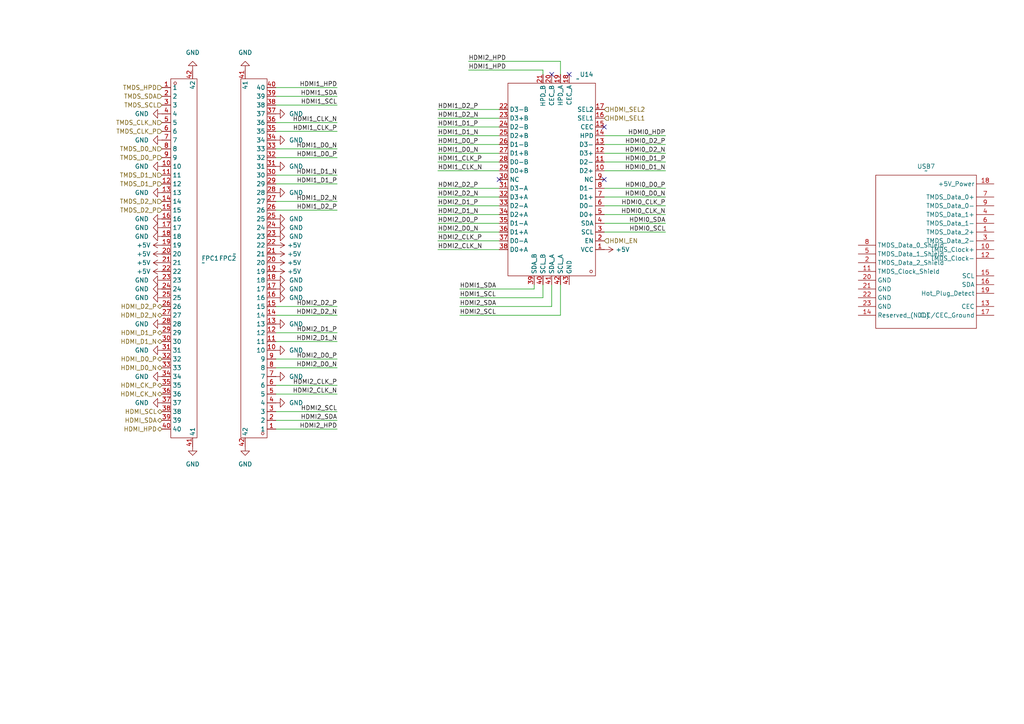
<source format=kicad_sch>
(kicad_sch
	(version 20231120)
	(generator "eeschema")
	(generator_version "8.0")
	(uuid "6aa91f5e-f19a-4c93-879f-75565081946e")
	(paper "A4")
	(lib_symbols
		(symbol "persional_library:Connect_FPC_40P"
			(exclude_from_sim no)
			(in_bom yes)
			(on_board yes)
			(property "Reference" "FPC"
				(at 0 0 0)
				(effects
					(font
						(size 1.27 1.27)
					)
				)
			)
			(property "Value" ""
				(at 0 0 0)
				(effects
					(font
						(size 1.27 1.27)
					)
				)
			)
			(property "Footprint" "persional_library:FPC-SMD_40P-P0.50_XUNPU_FPC-05FB-40PH20"
				(at 0 0 0)
				(effects
					(font
						(size 1.27 1.27)
					)
					(hide yes)
				)
			)
			(property "Datasheet" "https://item.szlcsc.com/datasheet/FPC-05FB-40PH20/3056935.html"
				(at 0 0 0)
				(effects
					(font
						(size 1.27 1.27)
					)
					(hide yes)
				)
			)
			(property "Description" "锁定特性:翻盖式;触点类型:卧贴;触点数量:40P;间距:0.5mm;安装方式:双侧触点/上下接;工作温度:-25°C~+85°C;"
				(at 0 0 0)
				(effects
					(font
						(size 1.27 1.27)
					)
					(hide yes)
				)
			)
			(property "Manufacturer Part" "FPC-05FB-40PH20"
				(at 0 0 0)
				(effects
					(font
						(size 1.27 1.27)
					)
					(hide yes)
				)
			)
			(property "Manufacturer" "XUNPU(讯普)"
				(at 0 0 0)
				(effects
					(font
						(size 1.27 1.27)
					)
					(hide yes)
				)
			)
			(property "Supplier Part" "C2856837"
				(at 0 0 0)
				(effects
					(font
						(size 1.27 1.27)
					)
					(hide yes)
				)
			)
			(property "Supplier" "LCSC"
				(at 0 0 0)
				(effects
					(font
						(size 1.27 1.27)
					)
					(hide yes)
				)
			)
			(property "LCSC Part Name" "翻盖式 卧贴 P数:40P 间距:0.5mm"
				(at 0 0 0)
				(effects
					(font
						(size 1.27 1.27)
					)
					(hide yes)
				)
			)
			(symbol "Connect_FPC_40P_1_0"
				(rectangle
					(start -2.54 -52.07)
					(end 5.08 52.07)
					(stroke
						(width 0)
						(type default)
					)
					(fill
						(type none)
					)
				)
				(circle
					(center -1.27 50.8)
					(radius 0.381)
					(stroke
						(width 0)
						(type default)
					)
					(fill
						(type none)
					)
				)
				(pin unspecified line
					(at -5.08 49.53 0)
					(length 2.54)
					(name "1"
						(effects
							(font
								(size 1.27 1.27)
							)
						)
					)
					(number "1"
						(effects
							(font
								(size 1.27 1.27)
							)
						)
					)
				)
				(pin unspecified line
					(at -5.08 26.67 0)
					(length 2.54)
					(name "10"
						(effects
							(font
								(size 1.27 1.27)
							)
						)
					)
					(number "10"
						(effects
							(font
								(size 1.27 1.27)
							)
						)
					)
				)
				(pin unspecified line
					(at -5.08 24.13 0)
					(length 2.54)
					(name "11"
						(effects
							(font
								(size 1.27 1.27)
							)
						)
					)
					(number "11"
						(effects
							(font
								(size 1.27 1.27)
							)
						)
					)
				)
				(pin unspecified line
					(at -5.08 21.59 0)
					(length 2.54)
					(name "12"
						(effects
							(font
								(size 1.27 1.27)
							)
						)
					)
					(number "12"
						(effects
							(font
								(size 1.27 1.27)
							)
						)
					)
				)
				(pin unspecified line
					(at -5.08 19.05 0)
					(length 2.54)
					(name "13"
						(effects
							(font
								(size 1.27 1.27)
							)
						)
					)
					(number "13"
						(effects
							(font
								(size 1.27 1.27)
							)
						)
					)
				)
				(pin unspecified line
					(at -5.08 16.51 0)
					(length 2.54)
					(name "14"
						(effects
							(font
								(size 1.27 1.27)
							)
						)
					)
					(number "14"
						(effects
							(font
								(size 1.27 1.27)
							)
						)
					)
				)
				(pin unspecified line
					(at -5.08 13.97 0)
					(length 2.54)
					(name "15"
						(effects
							(font
								(size 1.27 1.27)
							)
						)
					)
					(number "15"
						(effects
							(font
								(size 1.27 1.27)
							)
						)
					)
				)
				(pin unspecified line
					(at -5.08 11.43 0)
					(length 2.54)
					(name "16"
						(effects
							(font
								(size 1.27 1.27)
							)
						)
					)
					(number "16"
						(effects
							(font
								(size 1.27 1.27)
							)
						)
					)
				)
				(pin unspecified line
					(at -5.08 8.89 0)
					(length 2.54)
					(name "17"
						(effects
							(font
								(size 1.27 1.27)
							)
						)
					)
					(number "17"
						(effects
							(font
								(size 1.27 1.27)
							)
						)
					)
				)
				(pin unspecified line
					(at -5.08 6.35 0)
					(length 2.54)
					(name "18"
						(effects
							(font
								(size 1.27 1.27)
							)
						)
					)
					(number "18"
						(effects
							(font
								(size 1.27 1.27)
							)
						)
					)
				)
				(pin unspecified line
					(at -5.08 3.81 0)
					(length 2.54)
					(name "19"
						(effects
							(font
								(size 1.27 1.27)
							)
						)
					)
					(number "19"
						(effects
							(font
								(size 1.27 1.27)
							)
						)
					)
				)
				(pin unspecified line
					(at -5.08 46.99 0)
					(length 2.54)
					(name "2"
						(effects
							(font
								(size 1.27 1.27)
							)
						)
					)
					(number "2"
						(effects
							(font
								(size 1.27 1.27)
							)
						)
					)
				)
				(pin unspecified line
					(at -5.08 1.27 0)
					(length 2.54)
					(name "20"
						(effects
							(font
								(size 1.27 1.27)
							)
						)
					)
					(number "20"
						(effects
							(font
								(size 1.27 1.27)
							)
						)
					)
				)
				(pin unspecified line
					(at -5.08 -1.27 0)
					(length 2.54)
					(name "21"
						(effects
							(font
								(size 1.27 1.27)
							)
						)
					)
					(number "21"
						(effects
							(font
								(size 1.27 1.27)
							)
						)
					)
				)
				(pin unspecified line
					(at -5.08 -3.81 0)
					(length 2.54)
					(name "22"
						(effects
							(font
								(size 1.27 1.27)
							)
						)
					)
					(number "22"
						(effects
							(font
								(size 1.27 1.27)
							)
						)
					)
				)
				(pin unspecified line
					(at -5.08 -6.35 0)
					(length 2.54)
					(name "23"
						(effects
							(font
								(size 1.27 1.27)
							)
						)
					)
					(number "23"
						(effects
							(font
								(size 1.27 1.27)
							)
						)
					)
				)
				(pin unspecified line
					(at -5.08 -8.89 0)
					(length 2.54)
					(name "24"
						(effects
							(font
								(size 1.27 1.27)
							)
						)
					)
					(number "24"
						(effects
							(font
								(size 1.27 1.27)
							)
						)
					)
				)
				(pin unspecified line
					(at -5.08 -11.43 0)
					(length 2.54)
					(name "25"
						(effects
							(font
								(size 1.27 1.27)
							)
						)
					)
					(number "25"
						(effects
							(font
								(size 1.27 1.27)
							)
						)
					)
				)
				(pin unspecified line
					(at -5.08 -13.97 0)
					(length 2.54)
					(name "26"
						(effects
							(font
								(size 1.27 1.27)
							)
						)
					)
					(number "26"
						(effects
							(font
								(size 1.27 1.27)
							)
						)
					)
				)
				(pin unspecified line
					(at -5.08 -16.51 0)
					(length 2.54)
					(name "27"
						(effects
							(font
								(size 1.27 1.27)
							)
						)
					)
					(number "27"
						(effects
							(font
								(size 1.27 1.27)
							)
						)
					)
				)
				(pin unspecified line
					(at -5.08 -19.05 0)
					(length 2.54)
					(name "28"
						(effects
							(font
								(size 1.27 1.27)
							)
						)
					)
					(number "28"
						(effects
							(font
								(size 1.27 1.27)
							)
						)
					)
				)
				(pin unspecified line
					(at -5.08 -21.59 0)
					(length 2.54)
					(name "29"
						(effects
							(font
								(size 1.27 1.27)
							)
						)
					)
					(number "29"
						(effects
							(font
								(size 1.27 1.27)
							)
						)
					)
				)
				(pin unspecified line
					(at -5.08 44.45 0)
					(length 2.54)
					(name "3"
						(effects
							(font
								(size 1.27 1.27)
							)
						)
					)
					(number "3"
						(effects
							(font
								(size 1.27 1.27)
							)
						)
					)
				)
				(pin unspecified line
					(at -5.08 -24.13 0)
					(length 2.54)
					(name "30"
						(effects
							(font
								(size 1.27 1.27)
							)
						)
					)
					(number "30"
						(effects
							(font
								(size 1.27 1.27)
							)
						)
					)
				)
				(pin unspecified line
					(at -5.08 -26.67 0)
					(length 2.54)
					(name "31"
						(effects
							(font
								(size 1.27 1.27)
							)
						)
					)
					(number "31"
						(effects
							(font
								(size 1.27 1.27)
							)
						)
					)
				)
				(pin unspecified line
					(at -5.08 -29.21 0)
					(length 2.54)
					(name "32"
						(effects
							(font
								(size 1.27 1.27)
							)
						)
					)
					(number "32"
						(effects
							(font
								(size 1.27 1.27)
							)
						)
					)
				)
				(pin unspecified line
					(at -5.08 -31.75 0)
					(length 2.54)
					(name "33"
						(effects
							(font
								(size 1.27 1.27)
							)
						)
					)
					(number "33"
						(effects
							(font
								(size 1.27 1.27)
							)
						)
					)
				)
				(pin unspecified line
					(at -5.08 -34.29 0)
					(length 2.54)
					(name "34"
						(effects
							(font
								(size 1.27 1.27)
							)
						)
					)
					(number "34"
						(effects
							(font
								(size 1.27 1.27)
							)
						)
					)
				)
				(pin unspecified line
					(at -5.08 -36.83 0)
					(length 2.54)
					(name "35"
						(effects
							(font
								(size 1.27 1.27)
							)
						)
					)
					(number "35"
						(effects
							(font
								(size 1.27 1.27)
							)
						)
					)
				)
				(pin unspecified line
					(at -5.08 -39.37 0)
					(length 2.54)
					(name "36"
						(effects
							(font
								(size 1.27 1.27)
							)
						)
					)
					(number "36"
						(effects
							(font
								(size 1.27 1.27)
							)
						)
					)
				)
				(pin unspecified line
					(at -5.08 -41.91 0)
					(length 2.54)
					(name "37"
						(effects
							(font
								(size 1.27 1.27)
							)
						)
					)
					(number "37"
						(effects
							(font
								(size 1.27 1.27)
							)
						)
					)
				)
				(pin unspecified line
					(at -5.08 -44.45 0)
					(length 2.54)
					(name "38"
						(effects
							(font
								(size 1.27 1.27)
							)
						)
					)
					(number "38"
						(effects
							(font
								(size 1.27 1.27)
							)
						)
					)
				)
				(pin unspecified line
					(at -5.08 -46.99 0)
					(length 2.54)
					(name "39"
						(effects
							(font
								(size 1.27 1.27)
							)
						)
					)
					(number "39"
						(effects
							(font
								(size 1.27 1.27)
							)
						)
					)
				)
				(pin unspecified line
					(at -5.08 41.91 0)
					(length 2.54)
					(name "4"
						(effects
							(font
								(size 1.27 1.27)
							)
						)
					)
					(number "4"
						(effects
							(font
								(size 1.27 1.27)
							)
						)
					)
				)
				(pin unspecified line
					(at -5.08 -49.53 0)
					(length 2.54)
					(name "40"
						(effects
							(font
								(size 1.27 1.27)
							)
						)
					)
					(number "40"
						(effects
							(font
								(size 1.27 1.27)
							)
						)
					)
				)
				(pin unspecified line
					(at 3.81 -54.61 90)
					(length 2.54)
					(name "41"
						(effects
							(font
								(size 1.27 1.27)
							)
						)
					)
					(number "41"
						(effects
							(font
								(size 1.27 1.27)
							)
						)
					)
				)
				(pin unspecified line
					(at 3.81 54.61 270)
					(length 2.54)
					(name "42"
						(effects
							(font
								(size 1.27 1.27)
							)
						)
					)
					(number "42"
						(effects
							(font
								(size 1.27 1.27)
							)
						)
					)
				)
				(pin unspecified line
					(at -5.08 39.37 0)
					(length 2.54)
					(name "5"
						(effects
							(font
								(size 1.27 1.27)
							)
						)
					)
					(number "5"
						(effects
							(font
								(size 1.27 1.27)
							)
						)
					)
				)
				(pin unspecified line
					(at -5.08 36.83 0)
					(length 2.54)
					(name "6"
						(effects
							(font
								(size 1.27 1.27)
							)
						)
					)
					(number "6"
						(effects
							(font
								(size 1.27 1.27)
							)
						)
					)
				)
				(pin unspecified line
					(at -5.08 34.29 0)
					(length 2.54)
					(name "7"
						(effects
							(font
								(size 1.27 1.27)
							)
						)
					)
					(number "7"
						(effects
							(font
								(size 1.27 1.27)
							)
						)
					)
				)
				(pin unspecified line
					(at -5.08 31.75 0)
					(length 2.54)
					(name "8"
						(effects
							(font
								(size 1.27 1.27)
							)
						)
					)
					(number "8"
						(effects
							(font
								(size 1.27 1.27)
							)
						)
					)
				)
				(pin unspecified line
					(at -5.08 29.21 0)
					(length 2.54)
					(name "9"
						(effects
							(font
								(size 1.27 1.27)
							)
						)
					)
					(number "9"
						(effects
							(font
								(size 1.27 1.27)
							)
						)
					)
				)
			)
		)
		(symbol "persional_library:Connect_HDMI_001S"
			(exclude_from_sim no)
			(in_bom yes)
			(on_board yes)
			(property "Reference" "USB"
				(at 0 0 0)
				(effects
					(font
						(size 1.27 1.27)
					)
				)
			)
			(property "Value" ""
				(at 0 0 0)
				(effects
					(font
						(size 1.27 1.27)
					)
				)
			)
			(property "Footprint" "persional_library:HDMI-SMD_HDMI-001S"
				(at 0 0 0)
				(effects
					(font
						(size 1.27 1.27)
					)
					(hide yes)
				)
			)
			(property "Datasheet" "https://atta.szlcsc.com/upload/public/pdf/source/20230810/ECFF1CC9EF38DC7E290ED6B9AC4EFC06.pdf"
				(at 50.8 13.97 0)
				(effects
					(font
						(size 1.27 1.27)
					)
					(hide yes)
				)
			)
			(property "Description" "19PIN A型前插后贴HDMI插座 铜壳"
				(at 0 0 0)
				(effects
					(font
						(size 1.27 1.27)
					)
					(hide yes)
				)
			)
			(property "Manufacturer Part" "HDMI-001S"
				(at 0 0 0)
				(effects
					(font
						(size 1.27 1.27)
					)
					(hide yes)
				)
			)
			(property "Manufacturer" "XUNPU(讯普)"
				(at 0 0 0)
				(effects
					(font
						(size 1.27 1.27)
					)
					(hide yes)
				)
			)
			(property "Supplier Part" "C720616"
				(at 0 0 0)
				(effects
					(font
						(size 1.27 1.27)
					)
					(hide yes)
				)
			)
			(property "Supplier" "LCSC"
				(at 0 0 0)
				(effects
					(font
						(size 1.27 1.27)
					)
					(hide yes)
				)
			)
			(property "LCSC Part Name" "HDMI-001S"
				(at 0 0 0)
				(effects
					(font
						(size 1.27 1.27)
					)
					(hide yes)
				)
			)
			(symbol "Connect_HDMI_001S_1_0"
				(rectangle
					(start -11.43 24.13)
					(end 17.78 -20.32)
					(stroke
						(width 0)
						(type default)
					)
					(fill
						(type none)
					)
				)
				(pin unspecified line
					(at 22.86 7.62 180)
					(length 5.08)
					(name "TMDS_Data_2+"
						(effects
							(font
								(size 1.27 1.27)
							)
						)
					)
					(number "1"
						(effects
							(font
								(size 1.27 1.27)
							)
						)
					)
				)
				(pin unspecified line
					(at 22.86 2.54 180)
					(length 5.08)
					(name "TMDS_Clock+"
						(effects
							(font
								(size 1.27 1.27)
							)
						)
					)
					(number "10"
						(effects
							(font
								(size 1.27 1.27)
							)
						)
					)
				)
				(pin unspecified line
					(at -16.51 -3.81 0)
					(length 5.08)
					(name "TMDS_Clock_Shield"
						(effects
							(font
								(size 1.27 1.27)
							)
						)
					)
					(number "11"
						(effects
							(font
								(size 1.27 1.27)
							)
						)
					)
				)
				(pin unspecified line
					(at 22.86 0 180)
					(length 5.08)
					(name "TMDS_Clock-"
						(effects
							(font
								(size 1.27 1.27)
							)
						)
					)
					(number "12"
						(effects
							(font
								(size 1.27 1.27)
							)
						)
					)
				)
				(pin unspecified line
					(at 22.86 -13.97 180)
					(length 5.08)
					(name "CEC"
						(effects
							(font
								(size 1.27 1.27)
							)
						)
					)
					(number "13"
						(effects
							(font
								(size 1.27 1.27)
							)
						)
					)
				)
				(pin unspecified line
					(at -16.51 -16.51 0)
					(length 5.08)
					(name "Reserved_(N.C.)"
						(effects
							(font
								(size 1.27 1.27)
							)
						)
					)
					(number "14"
						(effects
							(font
								(size 1.27 1.27)
							)
						)
					)
				)
				(pin unspecified line
					(at 22.86 -5.08 180)
					(length 5.08)
					(name "SCL"
						(effects
							(font
								(size 1.27 1.27)
							)
						)
					)
					(number "15"
						(effects
							(font
								(size 1.27 1.27)
							)
						)
					)
				)
				(pin unspecified line
					(at 22.86 -7.62 180)
					(length 5.08)
					(name "SDA"
						(effects
							(font
								(size 1.27 1.27)
							)
						)
					)
					(number "16"
						(effects
							(font
								(size 1.27 1.27)
							)
						)
					)
				)
				(pin unspecified line
					(at 22.86 -16.51 180)
					(length 5.08)
					(name "DDC/CEC_Ground"
						(effects
							(font
								(size 1.27 1.27)
							)
						)
					)
					(number "17"
						(effects
							(font
								(size 1.27 1.27)
							)
						)
					)
				)
				(pin unspecified line
					(at 22.86 21.59 180)
					(length 5.08)
					(name "+5V_Power"
						(effects
							(font
								(size 1.27 1.27)
							)
						)
					)
					(number "18"
						(effects
							(font
								(size 1.27 1.27)
							)
						)
					)
				)
				(pin unspecified line
					(at 22.86 -10.16 180)
					(length 5.08)
					(name "Hot_Plug_Detect"
						(effects
							(font
								(size 1.27 1.27)
							)
						)
					)
					(number "19"
						(effects
							(font
								(size 1.27 1.27)
							)
						)
					)
				)
				(pin unspecified line
					(at -16.51 -1.27 0)
					(length 5.08)
					(name "TMDS_Data_2_Shield"
						(effects
							(font
								(size 1.27 1.27)
							)
						)
					)
					(number "2"
						(effects
							(font
								(size 1.27 1.27)
							)
						)
					)
				)
				(pin unspecified line
					(at -16.51 -6.35 0)
					(length 5.08)
					(name "GND"
						(effects
							(font
								(size 1.27 1.27)
							)
						)
					)
					(number "20"
						(effects
							(font
								(size 1.27 1.27)
							)
						)
					)
				)
				(pin unspecified line
					(at -16.51 -8.89 0)
					(length 5.08)
					(name "GND"
						(effects
							(font
								(size 1.27 1.27)
							)
						)
					)
					(number "21"
						(effects
							(font
								(size 1.27 1.27)
							)
						)
					)
				)
				(pin unspecified line
					(at -16.51 -11.43 0)
					(length 5.08)
					(name "GND"
						(effects
							(font
								(size 1.27 1.27)
							)
						)
					)
					(number "22"
						(effects
							(font
								(size 1.27 1.27)
							)
						)
					)
				)
				(pin unspecified line
					(at -16.51 -13.97 0)
					(length 5.08)
					(name "GND"
						(effects
							(font
								(size 1.27 1.27)
							)
						)
					)
					(number "23"
						(effects
							(font
								(size 1.27 1.27)
							)
						)
					)
				)
				(pin unspecified line
					(at 22.86 5.08 180)
					(length 5.08)
					(name "TMDS_Data_2-"
						(effects
							(font
								(size 1.27 1.27)
							)
						)
					)
					(number "3"
						(effects
							(font
								(size 1.27 1.27)
							)
						)
					)
				)
				(pin unspecified line
					(at 22.86 12.7 180)
					(length 5.08)
					(name "TMDS_Data_1+"
						(effects
							(font
								(size 1.27 1.27)
							)
						)
					)
					(number "4"
						(effects
							(font
								(size 1.27 1.27)
							)
						)
					)
				)
				(pin unspecified line
					(at -16.51 1.27 0)
					(length 5.08)
					(name "TMDS_Data_1_Shield"
						(effects
							(font
								(size 1.27 1.27)
							)
						)
					)
					(number "5"
						(effects
							(font
								(size 1.27 1.27)
							)
						)
					)
				)
				(pin unspecified line
					(at 22.86 10.16 180)
					(length 5.08)
					(name "TMDS_Data_1-"
						(effects
							(font
								(size 1.27 1.27)
							)
						)
					)
					(number "6"
						(effects
							(font
								(size 1.27 1.27)
							)
						)
					)
				)
				(pin unspecified line
					(at 22.86 17.78 180)
					(length 5.08)
					(name "TMDS_Data_0+"
						(effects
							(font
								(size 1.27 1.27)
							)
						)
					)
					(number "7"
						(effects
							(font
								(size 1.27 1.27)
							)
						)
					)
				)
				(pin unspecified line
					(at -16.51 3.81 0)
					(length 5.08)
					(name "TMDS_Data_0_Shield"
						(effects
							(font
								(size 1.27 1.27)
							)
						)
					)
					(number "8"
						(effects
							(font
								(size 1.27 1.27)
							)
						)
					)
				)
				(pin unspecified line
					(at 22.86 15.24 180)
					(length 5.08)
					(name "TMDS_Data_0-"
						(effects
							(font
								(size 1.27 1.27)
							)
						)
					)
					(number "9"
						(effects
							(font
								(size 1.27 1.27)
							)
						)
					)
				)
			)
		)
		(symbol "persional_library:IC_TS3DV642A0RUAR"
			(exclude_from_sim no)
			(in_bom yes)
			(on_board yes)
			(property "Reference" "U"
				(at 0 0 0)
				(effects
					(font
						(size 1.27 1.27)
					)
				)
			)
			(property "Value" ""
				(at 0 0 0)
				(effects
					(font
						(size 1.27 1.27)
					)
				)
			)
			(property "Footprint" "persional_library:WFQFN-42_L9.0-W3.5-P0.50-BL-EP"
				(at 0 0 0)
				(effects
					(font
						(size 1.27 1.27)
					)
					(hide yes)
				)
			)
			(property "Datasheet" "https://www.ti.com/cn/lit/gpn/ts3dv642"
				(at 0 0 0)
				(effects
					(font
						(size 1.27 1.27)
					)
					(hide yes)
				)
			)
			(property "Description" "开关电路:单刀双掷(SPDT);通道数:12;导通电阻(Ron@VCC):9.5Ω;"
				(at 0 0 0)
				(effects
					(font
						(size 1.27 1.27)
					)
					(hide yes)
				)
			)
			(property "Manufacturer Part" "TS3DV642A0RUAR"
				(at 0 0 0)
				(effects
					(font
						(size 1.27 1.27)
					)
					(hide yes)
				)
			)
			(property "Manufacturer" "TI(德州仪器)"
				(at 0 0 0)
				(effects
					(font
						(size 1.27 1.27)
					)
					(hide yes)
				)
			)
			(property "Supplier Part" "C157482"
				(at 0 0 0)
				(effects
					(font
						(size 1.27 1.27)
					)
					(hide yes)
				)
			)
			(property "Supplier" "LCSC"
				(at 0 0 0)
				(effects
					(font
						(size 1.27 1.27)
					)
					(hide yes)
				)
			)
			(property "LCSC Part Name" "具有1.8V兼容控制和断电模式的12通道1:2多路复用器/多路解复用器"
				(at 0 0 0)
				(effects
					(font
						(size 1.27 1.27)
					)
					(hide yes)
				)
			)
			(symbol "IC_TS3DV642A0RUAR_1_0"
				(rectangle
					(start -12.7 -27.94)
					(end 12.7 27.94)
					(stroke
						(width 0)
						(type default)
					)
					(fill
						(type none)
					)
				)
				(circle
					(center -11.43 26.67)
					(radius 0.381)
					(stroke
						(width 0)
						(type default)
					)
					(fill
						(type none)
					)
				)
				(pin unspecified line
					(at -15.24 20.32 0)
					(length 2.54)
					(name "VCC"
						(effects
							(font
								(size 1.27 1.27)
							)
						)
					)
					(number "1"
						(effects
							(font
								(size 1.27 1.27)
							)
						)
					)
				)
				(pin unspecified line
					(at -15.24 -2.54 0)
					(length 2.54)
					(name "D2+"
						(effects
							(font
								(size 1.27 1.27)
							)
						)
					)
					(number "10"
						(effects
							(font
								(size 1.27 1.27)
							)
						)
					)
				)
				(pin unspecified line
					(at -15.24 -5.08 0)
					(length 2.54)
					(name "D2-"
						(effects
							(font
								(size 1.27 1.27)
							)
						)
					)
					(number "11"
						(effects
							(font
								(size 1.27 1.27)
							)
						)
					)
				)
				(pin unspecified line
					(at -15.24 -7.62 0)
					(length 2.54)
					(name "D3+"
						(effects
							(font
								(size 1.27 1.27)
							)
						)
					)
					(number "12"
						(effects
							(font
								(size 1.27 1.27)
							)
						)
					)
				)
				(pin unspecified line
					(at -15.24 -10.16 0)
					(length 2.54)
					(name "D3-"
						(effects
							(font
								(size 1.27 1.27)
							)
						)
					)
					(number "13"
						(effects
							(font
								(size 1.27 1.27)
							)
						)
					)
				)
				(pin unspecified line
					(at -15.24 -12.7 0)
					(length 2.54)
					(name "HPD"
						(effects
							(font
								(size 1.27 1.27)
							)
						)
					)
					(number "14"
						(effects
							(font
								(size 1.27 1.27)
							)
						)
					)
				)
				(pin unspecified line
					(at -15.24 -15.24 0)
					(length 2.54)
					(name "CEC"
						(effects
							(font
								(size 1.27 1.27)
							)
						)
					)
					(number "15"
						(effects
							(font
								(size 1.27 1.27)
							)
						)
					)
				)
				(pin unspecified line
					(at -15.24 -17.78 0)
					(length 2.54)
					(name "SEL1"
						(effects
							(font
								(size 1.27 1.27)
							)
						)
					)
					(number "16"
						(effects
							(font
								(size 1.27 1.27)
							)
						)
					)
				)
				(pin unspecified line
					(at -15.24 -20.32 0)
					(length 2.54)
					(name "SEL2"
						(effects
							(font
								(size 1.27 1.27)
							)
						)
					)
					(number "17"
						(effects
							(font
								(size 1.27 1.27)
							)
						)
					)
				)
				(pin unspecified line
					(at -5.08 -30.48 90)
					(length 2.54)
					(name "CEC_A"
						(effects
							(font
								(size 1.27 1.27)
							)
						)
					)
					(number "18"
						(effects
							(font
								(size 1.27 1.27)
							)
						)
					)
				)
				(pin unspecified line
					(at -2.54 -30.48 90)
					(length 2.54)
					(name "HPD_A"
						(effects
							(font
								(size 1.27 1.27)
							)
						)
					)
					(number "19"
						(effects
							(font
								(size 1.27 1.27)
							)
						)
					)
				)
				(pin unspecified line
					(at -15.24 17.78 0)
					(length 2.54)
					(name "EN"
						(effects
							(font
								(size 1.27 1.27)
							)
						)
					)
					(number "2"
						(effects
							(font
								(size 1.27 1.27)
							)
						)
					)
				)
				(pin unspecified line
					(at 0 -30.48 90)
					(length 2.54)
					(name "CEC_B"
						(effects
							(font
								(size 1.27 1.27)
							)
						)
					)
					(number "20"
						(effects
							(font
								(size 1.27 1.27)
							)
						)
					)
				)
				(pin unspecified line
					(at 2.54 -30.48 90)
					(length 2.54)
					(name "HPD_B"
						(effects
							(font
								(size 1.27 1.27)
							)
						)
					)
					(number "21"
						(effects
							(font
								(size 1.27 1.27)
							)
						)
					)
				)
				(pin unspecified line
					(at 15.24 -20.32 180)
					(length 2.54)
					(name "D3-B"
						(effects
							(font
								(size 1.27 1.27)
							)
						)
					)
					(number "22"
						(effects
							(font
								(size 1.27 1.27)
							)
						)
					)
				)
				(pin unspecified line
					(at 15.24 -17.78 180)
					(length 2.54)
					(name "D3+B"
						(effects
							(font
								(size 1.27 1.27)
							)
						)
					)
					(number "23"
						(effects
							(font
								(size 1.27 1.27)
							)
						)
					)
				)
				(pin unspecified line
					(at 15.24 -15.24 180)
					(length 2.54)
					(name "D2-B"
						(effects
							(font
								(size 1.27 1.27)
							)
						)
					)
					(number "24"
						(effects
							(font
								(size 1.27 1.27)
							)
						)
					)
				)
				(pin unspecified line
					(at 15.24 -12.7 180)
					(length 2.54)
					(name "D2+B"
						(effects
							(font
								(size 1.27 1.27)
							)
						)
					)
					(number "25"
						(effects
							(font
								(size 1.27 1.27)
							)
						)
					)
				)
				(pin unspecified line
					(at 15.24 -10.16 180)
					(length 2.54)
					(name "D1-B"
						(effects
							(font
								(size 1.27 1.27)
							)
						)
					)
					(number "26"
						(effects
							(font
								(size 1.27 1.27)
							)
						)
					)
				)
				(pin unspecified line
					(at 15.24 -7.62 180)
					(length 2.54)
					(name "D1+B"
						(effects
							(font
								(size 1.27 1.27)
							)
						)
					)
					(number "27"
						(effects
							(font
								(size 1.27 1.27)
							)
						)
					)
				)
				(pin unspecified line
					(at 15.24 -5.08 180)
					(length 2.54)
					(name "D0-B"
						(effects
							(font
								(size 1.27 1.27)
							)
						)
					)
					(number "28"
						(effects
							(font
								(size 1.27 1.27)
							)
						)
					)
				)
				(pin unspecified line
					(at 15.24 -2.54 180)
					(length 2.54)
					(name "D0+B"
						(effects
							(font
								(size 1.27 1.27)
							)
						)
					)
					(number "29"
						(effects
							(font
								(size 1.27 1.27)
							)
						)
					)
				)
				(pin unspecified line
					(at -15.24 15.24 0)
					(length 2.54)
					(name "SCL"
						(effects
							(font
								(size 1.27 1.27)
							)
						)
					)
					(number "3"
						(effects
							(font
								(size 1.27 1.27)
							)
						)
					)
				)
				(pin unspecified line
					(at 15.24 0 180)
					(length 2.54)
					(name "NC"
						(effects
							(font
								(size 1.27 1.27)
							)
						)
					)
					(number "30"
						(effects
							(font
								(size 1.27 1.27)
							)
						)
					)
				)
				(pin unspecified line
					(at 15.24 2.54 180)
					(length 2.54)
					(name "D3-A"
						(effects
							(font
								(size 1.27 1.27)
							)
						)
					)
					(number "31"
						(effects
							(font
								(size 1.27 1.27)
							)
						)
					)
				)
				(pin unspecified line
					(at 15.24 5.08 180)
					(length 2.54)
					(name "D3+A"
						(effects
							(font
								(size 1.27 1.27)
							)
						)
					)
					(number "32"
						(effects
							(font
								(size 1.27 1.27)
							)
						)
					)
				)
				(pin unspecified line
					(at 15.24 7.62 180)
					(length 2.54)
					(name "D2-A"
						(effects
							(font
								(size 1.27 1.27)
							)
						)
					)
					(number "33"
						(effects
							(font
								(size 1.27 1.27)
							)
						)
					)
				)
				(pin unspecified line
					(at 15.24 10.16 180)
					(length 2.54)
					(name "D2+A"
						(effects
							(font
								(size 1.27 1.27)
							)
						)
					)
					(number "34"
						(effects
							(font
								(size 1.27 1.27)
							)
						)
					)
				)
				(pin unspecified line
					(at 15.24 12.7 180)
					(length 2.54)
					(name "D1-A"
						(effects
							(font
								(size 1.27 1.27)
							)
						)
					)
					(number "35"
						(effects
							(font
								(size 1.27 1.27)
							)
						)
					)
				)
				(pin unspecified line
					(at 15.24 15.24 180)
					(length 2.54)
					(name "D1+A"
						(effects
							(font
								(size 1.27 1.27)
							)
						)
					)
					(number "36"
						(effects
							(font
								(size 1.27 1.27)
							)
						)
					)
				)
				(pin unspecified line
					(at 15.24 17.78 180)
					(length 2.54)
					(name "D0-A"
						(effects
							(font
								(size 1.27 1.27)
							)
						)
					)
					(number "37"
						(effects
							(font
								(size 1.27 1.27)
							)
						)
					)
				)
				(pin unspecified line
					(at 15.24 20.32 180)
					(length 2.54)
					(name "D0+A"
						(effects
							(font
								(size 1.27 1.27)
							)
						)
					)
					(number "38"
						(effects
							(font
								(size 1.27 1.27)
							)
						)
					)
				)
				(pin unspecified line
					(at 5.08 30.48 270)
					(length 2.54)
					(name "SDA_B"
						(effects
							(font
								(size 1.27 1.27)
							)
						)
					)
					(number "39"
						(effects
							(font
								(size 1.27 1.27)
							)
						)
					)
				)
				(pin unspecified line
					(at -15.24 12.7 0)
					(length 2.54)
					(name "SDA"
						(effects
							(font
								(size 1.27 1.27)
							)
						)
					)
					(number "4"
						(effects
							(font
								(size 1.27 1.27)
							)
						)
					)
				)
				(pin unspecified line
					(at 2.54 30.48 270)
					(length 2.54)
					(name "SCL_B"
						(effects
							(font
								(size 1.27 1.27)
							)
						)
					)
					(number "40"
						(effects
							(font
								(size 1.27 1.27)
							)
						)
					)
				)
				(pin unspecified line
					(at 0 30.48 270)
					(length 2.54)
					(name "SDA_A"
						(effects
							(font
								(size 1.27 1.27)
							)
						)
					)
					(number "41"
						(effects
							(font
								(size 1.27 1.27)
							)
						)
					)
				)
				(pin unspecified line
					(at -2.54 30.48 270)
					(length 2.54)
					(name "SCL_A"
						(effects
							(font
								(size 1.27 1.27)
							)
						)
					)
					(number "42"
						(effects
							(font
								(size 1.27 1.27)
							)
						)
					)
				)
				(pin unspecified line
					(at -5.08 30.48 270)
					(length 2.54)
					(name "GND"
						(effects
							(font
								(size 1.27 1.27)
							)
						)
					)
					(number "43"
						(effects
							(font
								(size 1.27 1.27)
							)
						)
					)
				)
				(pin unspecified line
					(at -15.24 10.16 0)
					(length 2.54)
					(name "D0+"
						(effects
							(font
								(size 1.27 1.27)
							)
						)
					)
					(number "5"
						(effects
							(font
								(size 1.27 1.27)
							)
						)
					)
				)
				(pin unspecified line
					(at -15.24 7.62 0)
					(length 2.54)
					(name "D0-"
						(effects
							(font
								(size 1.27 1.27)
							)
						)
					)
					(number "6"
						(effects
							(font
								(size 1.27 1.27)
							)
						)
					)
				)
				(pin unspecified line
					(at -15.24 5.08 0)
					(length 2.54)
					(name "D1+"
						(effects
							(font
								(size 1.27 1.27)
							)
						)
					)
					(number "7"
						(effects
							(font
								(size 1.27 1.27)
							)
						)
					)
				)
				(pin unspecified line
					(at -15.24 2.54 0)
					(length 2.54)
					(name "D1-"
						(effects
							(font
								(size 1.27 1.27)
							)
						)
					)
					(number "8"
						(effects
							(font
								(size 1.27 1.27)
							)
						)
					)
				)
				(pin unspecified line
					(at -15.24 0 0)
					(length 2.54)
					(name "NC"
						(effects
							(font
								(size 1.27 1.27)
							)
						)
					)
					(number "9"
						(effects
							(font
								(size 1.27 1.27)
							)
						)
					)
				)
			)
		)
		(symbol "power:+5V"
			(power)
			(pin_numbers hide)
			(pin_names
				(offset 0) hide)
			(exclude_from_sim no)
			(in_bom yes)
			(on_board yes)
			(property "Reference" "#PWR"
				(at 0 -3.81 0)
				(effects
					(font
						(size 1.27 1.27)
					)
					(hide yes)
				)
			)
			(property "Value" "+5V"
				(at 0 3.556 0)
				(effects
					(font
						(size 1.27 1.27)
					)
				)
			)
			(property "Footprint" ""
				(at 0 0 0)
				(effects
					(font
						(size 1.27 1.27)
					)
					(hide yes)
				)
			)
			(property "Datasheet" ""
				(at 0 0 0)
				(effects
					(font
						(size 1.27 1.27)
					)
					(hide yes)
				)
			)
			(property "Description" "Power symbol creates a global label with name \"+5V\""
				(at 0 0 0)
				(effects
					(font
						(size 1.27 1.27)
					)
					(hide yes)
				)
			)
			(property "ki_keywords" "global power"
				(at 0 0 0)
				(effects
					(font
						(size 1.27 1.27)
					)
					(hide yes)
				)
			)
			(symbol "+5V_0_1"
				(polyline
					(pts
						(xy -0.762 1.27) (xy 0 2.54)
					)
					(stroke
						(width 0)
						(type default)
					)
					(fill
						(type none)
					)
				)
				(polyline
					(pts
						(xy 0 0) (xy 0 2.54)
					)
					(stroke
						(width 0)
						(type default)
					)
					(fill
						(type none)
					)
				)
				(polyline
					(pts
						(xy 0 2.54) (xy 0.762 1.27)
					)
					(stroke
						(width 0)
						(type default)
					)
					(fill
						(type none)
					)
				)
			)
			(symbol "+5V_1_1"
				(pin power_in line
					(at 0 0 90)
					(length 0)
					(name "~"
						(effects
							(font
								(size 1.27 1.27)
							)
						)
					)
					(number "1"
						(effects
							(font
								(size 1.27 1.27)
							)
						)
					)
				)
			)
		)
		(symbol "power:GND"
			(power)
			(pin_numbers hide)
			(pin_names
				(offset 0) hide)
			(exclude_from_sim no)
			(in_bom yes)
			(on_board yes)
			(property "Reference" "#PWR"
				(at 0 -6.35 0)
				(effects
					(font
						(size 1.27 1.27)
					)
					(hide yes)
				)
			)
			(property "Value" "GND"
				(at 0 -3.81 0)
				(effects
					(font
						(size 1.27 1.27)
					)
				)
			)
			(property "Footprint" ""
				(at 0 0 0)
				(effects
					(font
						(size 1.27 1.27)
					)
					(hide yes)
				)
			)
			(property "Datasheet" ""
				(at 0 0 0)
				(effects
					(font
						(size 1.27 1.27)
					)
					(hide yes)
				)
			)
			(property "Description" "Power symbol creates a global label with name \"GND\" , ground"
				(at 0 0 0)
				(effects
					(font
						(size 1.27 1.27)
					)
					(hide yes)
				)
			)
			(property "ki_keywords" "global power"
				(at 0 0 0)
				(effects
					(font
						(size 1.27 1.27)
					)
					(hide yes)
				)
			)
			(symbol "GND_0_1"
				(polyline
					(pts
						(xy 0 0) (xy 0 -1.27) (xy 1.27 -1.27) (xy 0 -2.54) (xy -1.27 -1.27) (xy 0 -1.27)
					)
					(stroke
						(width 0)
						(type default)
					)
					(fill
						(type none)
					)
				)
			)
			(symbol "GND_1_1"
				(pin power_in line
					(at 0 0 270)
					(length 0)
					(name "~"
						(effects
							(font
								(size 1.27 1.27)
							)
						)
					)
					(number "1"
						(effects
							(font
								(size 1.27 1.27)
							)
						)
					)
				)
			)
		)
	)
	(no_connect
		(at 175.26 36.83)
		(uuid "35d75f8b-cf57-4d99-b5ef-930b2c6398a8")
	)
	(no_connect
		(at 165.1 21.59)
		(uuid "406a7b49-65b7-444f-8bdc-db8023161884")
	)
	(no_connect
		(at 175.26 52.07)
		(uuid "56d19ab8-9b7c-497b-a090-5e1fa59d114d")
	)
	(no_connect
		(at 144.78 52.07)
		(uuid "e61ffd34-1899-43b6-84ac-11baf1d7a4f3")
	)
	(no_connect
		(at 160.02 21.59)
		(uuid "f580a8e4-8a8d-4a61-b9af-7d10778b7339")
	)
	(wire
		(pts
			(xy 144.78 69.85) (xy 127 69.85)
		)
		(stroke
			(width 0)
			(type default)
		)
		(uuid "00ec5db2-3e6e-4e59-814a-e8f404a7245e")
	)
	(wire
		(pts
			(xy 144.78 44.45) (xy 127 44.45)
		)
		(stroke
			(width 0)
			(type default)
		)
		(uuid "04e46636-e9bd-49f4-b3bd-873e52dd9d1f")
	)
	(wire
		(pts
			(xy 80.01 38.1) (xy 97.79 38.1)
		)
		(stroke
			(width 0)
			(type default)
		)
		(uuid "0717a9bf-ba40-4a83-8844-e0866e18d274")
	)
	(wire
		(pts
			(xy 162.56 17.78) (xy 162.56 21.59)
		)
		(stroke
			(width 0)
			(type default)
		)
		(uuid "0d6e47fe-20ea-4d00-b83c-bb2a7fa59d00")
	)
	(wire
		(pts
			(xy 144.78 41.91) (xy 127 41.91)
		)
		(stroke
			(width 0)
			(type default)
		)
		(uuid "136ce9d6-e56e-47cd-81fa-637d72c5e789")
	)
	(wire
		(pts
			(xy 133.35 86.36) (xy 157.48 86.36)
		)
		(stroke
			(width 0)
			(type default)
		)
		(uuid "1e44713f-9366-45f9-9702-42d030027241")
	)
	(wire
		(pts
			(xy 154.94 83.82) (xy 154.94 82.55)
		)
		(stroke
			(width 0)
			(type default)
		)
		(uuid "1e870f24-19b5-4777-92fc-46c79e488e47")
	)
	(wire
		(pts
			(xy 175.26 54.61) (xy 193.04 54.61)
		)
		(stroke
			(width 0)
			(type default)
		)
		(uuid "20722416-b928-44f2-8396-09f060c8854f")
	)
	(wire
		(pts
			(xy 80.01 111.76) (xy 97.79 111.76)
		)
		(stroke
			(width 0)
			(type default)
		)
		(uuid "20d48c6a-33b8-4d27-949c-7cf0abd46699")
	)
	(wire
		(pts
			(xy 135.89 20.32) (xy 157.48 20.32)
		)
		(stroke
			(width 0)
			(type default)
		)
		(uuid "2374d635-082d-4054-8019-b32a07fd0d31")
	)
	(wire
		(pts
			(xy 175.26 39.37) (xy 193.04 39.37)
		)
		(stroke
			(width 0)
			(type default)
		)
		(uuid "23d2a015-95f5-48eb-93be-7f7ef44de4a5")
	)
	(wire
		(pts
			(xy 175.26 46.99) (xy 193.04 46.99)
		)
		(stroke
			(width 0)
			(type default)
		)
		(uuid "34ffd56f-5eff-40ba-a46c-71b0bcc132cc")
	)
	(wire
		(pts
			(xy 80.01 43.18) (xy 97.79 43.18)
		)
		(stroke
			(width 0)
			(type default)
		)
		(uuid "36300f49-06da-4a5d-91f0-43505f77b0ca")
	)
	(wire
		(pts
			(xy 175.26 57.15) (xy 193.04 57.15)
		)
		(stroke
			(width 0)
			(type default)
		)
		(uuid "37b00842-6867-4167-8e22-05af04b29feb")
	)
	(wire
		(pts
			(xy 80.01 45.72) (xy 97.79 45.72)
		)
		(stroke
			(width 0)
			(type default)
		)
		(uuid "3b6a0d1e-4e4c-4d75-a3ff-fc688c0420ca")
	)
	(wire
		(pts
			(xy 175.26 67.31) (xy 193.04 67.31)
		)
		(stroke
			(width 0)
			(type default)
		)
		(uuid "3e05bfc8-9943-4921-b1e7-c6a2623019bf")
	)
	(wire
		(pts
			(xy 133.35 91.44) (xy 162.56 91.44)
		)
		(stroke
			(width 0)
			(type default)
		)
		(uuid "3f14dcb0-3af6-4c96-9bd5-175bfd283186")
	)
	(wire
		(pts
			(xy 80.01 58.42) (xy 97.79 58.42)
		)
		(stroke
			(width 0)
			(type default)
		)
		(uuid "407f29a5-2d26-46d1-86ba-a8baed6e3890")
	)
	(wire
		(pts
			(xy 80.01 60.96) (xy 97.79 60.96)
		)
		(stroke
			(width 0)
			(type default)
		)
		(uuid "431fddac-48cf-486b-8f4c-07494e5afab1")
	)
	(wire
		(pts
			(xy 144.78 49.53) (xy 127 49.53)
		)
		(stroke
			(width 0)
			(type default)
		)
		(uuid "432d013b-acf3-4fa4-90d1-423058062c8b")
	)
	(wire
		(pts
			(xy 144.78 62.23) (xy 127 62.23)
		)
		(stroke
			(width 0)
			(type default)
		)
		(uuid "4853f874-2349-4d9e-8643-6f9eef390741")
	)
	(wire
		(pts
			(xy 80.01 104.14) (xy 97.79 104.14)
		)
		(stroke
			(width 0)
			(type default)
		)
		(uuid "487c7b6c-1bc0-4afc-9588-a5ff3b172318")
	)
	(wire
		(pts
			(xy 144.78 64.77) (xy 127 64.77)
		)
		(stroke
			(width 0)
			(type default)
		)
		(uuid "4896f54a-17e5-42f7-990b-5a21903f58b8")
	)
	(wire
		(pts
			(xy 175.26 49.53) (xy 193.04 49.53)
		)
		(stroke
			(width 0)
			(type default)
		)
		(uuid "4c565e79-4014-40bb-95b9-ea2bcab5a95d")
	)
	(wire
		(pts
			(xy 80.01 99.06) (xy 97.79 99.06)
		)
		(stroke
			(width 0)
			(type default)
		)
		(uuid "5133469e-4957-4337-bb5b-edaed0e3abfd")
	)
	(wire
		(pts
			(xy 80.01 91.44) (xy 97.79 91.44)
		)
		(stroke
			(width 0)
			(type default)
		)
		(uuid "58d4ea32-81c2-4627-a9a3-6b5f5fd35fef")
	)
	(wire
		(pts
			(xy 144.78 46.99) (xy 127 46.99)
		)
		(stroke
			(width 0)
			(type default)
		)
		(uuid "5f5ad910-0481-4781-846a-770346c70223")
	)
	(wire
		(pts
			(xy 80.01 106.68) (xy 97.79 106.68)
		)
		(stroke
			(width 0)
			(type default)
		)
		(uuid "649de9a1-f7d6-420c-9e17-b0202cfa3a7c")
	)
	(wire
		(pts
			(xy 144.78 54.61) (xy 127 54.61)
		)
		(stroke
			(width 0)
			(type default)
		)
		(uuid "6624a01f-d8e2-49b5-9cd8-aff7bf4c7870")
	)
	(wire
		(pts
			(xy 157.48 20.32) (xy 157.48 21.59)
		)
		(stroke
			(width 0)
			(type default)
		)
		(uuid "66c1b17f-268c-4194-ae2b-2dde689fbe4d")
	)
	(wire
		(pts
			(xy 175.26 64.77) (xy 193.04 64.77)
		)
		(stroke
			(width 0)
			(type default)
		)
		(uuid "6dee3826-3ab7-4d1c-9222-9a12b7998b9f")
	)
	(wire
		(pts
			(xy 80.01 119.38) (xy 97.79 119.38)
		)
		(stroke
			(width 0)
			(type default)
		)
		(uuid "70bcd642-27a6-401e-a3aa-f248ce5999e0")
	)
	(wire
		(pts
			(xy 80.01 53.34) (xy 97.79 53.34)
		)
		(stroke
			(width 0)
			(type default)
		)
		(uuid "72ed6d8c-35be-44aa-98b4-89da78bf5d8d")
	)
	(wire
		(pts
			(xy 80.01 114.3) (xy 97.79 114.3)
		)
		(stroke
			(width 0)
			(type default)
		)
		(uuid "74e16ee4-d99d-45b1-aa31-ec2e04f8b168")
	)
	(wire
		(pts
			(xy 144.78 31.75) (xy 127 31.75)
		)
		(stroke
			(width 0)
			(type default)
		)
		(uuid "75167125-1541-4a61-afdf-88be6863b85e")
	)
	(wire
		(pts
			(xy 80.01 124.46) (xy 97.79 124.46)
		)
		(stroke
			(width 0)
			(type default)
		)
		(uuid "7b44ca7b-c286-4ea5-840a-d518e3ff3037")
	)
	(wire
		(pts
			(xy 175.26 59.69) (xy 193.04 59.69)
		)
		(stroke
			(width 0)
			(type default)
		)
		(uuid "7f2f9fa2-a097-45c5-b2b6-ee144cf9dad5")
	)
	(wire
		(pts
			(xy 144.78 59.69) (xy 127 59.69)
		)
		(stroke
			(width 0)
			(type default)
		)
		(uuid "8350608c-40e5-4007-8c1f-1a7169b868f9")
	)
	(wire
		(pts
			(xy 80.01 88.9) (xy 97.79 88.9)
		)
		(stroke
			(width 0)
			(type default)
		)
		(uuid "869e71ec-3095-4370-a487-7c5122f19758")
	)
	(wire
		(pts
			(xy 144.78 67.31) (xy 127 67.31)
		)
		(stroke
			(width 0)
			(type default)
		)
		(uuid "8f92f025-ddc0-4ed2-b2ac-285e4242c2a4")
	)
	(wire
		(pts
			(xy 175.26 44.45) (xy 193.04 44.45)
		)
		(stroke
			(width 0)
			(type default)
		)
		(uuid "9e094cbd-4bbf-43c6-8065-82740e0113bb")
	)
	(wire
		(pts
			(xy 80.01 30.48) (xy 97.79 30.48)
		)
		(stroke
			(width 0)
			(type default)
		)
		(uuid "a26653fa-cf14-4eef-94f1-ec4c8f34867e")
	)
	(wire
		(pts
			(xy 162.56 91.44) (xy 162.56 82.55)
		)
		(stroke
			(width 0)
			(type default)
		)
		(uuid "a74e4633-0968-48e6-bd30-0902e030a0ab")
	)
	(wire
		(pts
			(xy 135.89 17.78) (xy 162.56 17.78)
		)
		(stroke
			(width 0)
			(type default)
		)
		(uuid "a7998f21-19e9-4dc2-b0c7-e0260f734417")
	)
	(wire
		(pts
			(xy 160.02 88.9) (xy 160.02 82.55)
		)
		(stroke
			(width 0)
			(type default)
		)
		(uuid "a820ce31-f25f-4abd-b032-34e6ab494dd8")
	)
	(wire
		(pts
			(xy 144.78 34.29) (xy 127 34.29)
		)
		(stroke
			(width 0)
			(type default)
		)
		(uuid "aa82699a-c61e-4cce-85a4-a58662a9278e")
	)
	(wire
		(pts
			(xy 144.78 72.39) (xy 127 72.39)
		)
		(stroke
			(width 0)
			(type default)
		)
		(uuid "afce7727-bebe-4daf-b266-e6c2edb09a47")
	)
	(wire
		(pts
			(xy 175.26 62.23) (xy 193.04 62.23)
		)
		(stroke
			(width 0)
			(type default)
		)
		(uuid "b390e8df-bc47-41ab-a251-6b5d7702a8ec")
	)
	(wire
		(pts
			(xy 157.48 86.36) (xy 157.48 82.55)
		)
		(stroke
			(width 0)
			(type default)
		)
		(uuid "b85d3b84-3c1f-4fbf-95ce-db3cad2fb940")
	)
	(wire
		(pts
			(xy 80.01 27.94) (xy 97.79 27.94)
		)
		(stroke
			(width 0)
			(type default)
		)
		(uuid "ba93b358-275c-4d76-8fb9-9dc37fa87bee")
	)
	(wire
		(pts
			(xy 80.01 96.52) (xy 97.79 96.52)
		)
		(stroke
			(width 0)
			(type default)
		)
		(uuid "bb6a4e16-e8cc-41e1-91fc-3818c901c4b4")
	)
	(wire
		(pts
			(xy 144.78 57.15) (xy 127 57.15)
		)
		(stroke
			(width 0)
			(type default)
		)
		(uuid "c84af296-2834-4b5a-9a63-3dd37aed165f")
	)
	(wire
		(pts
			(xy 144.78 39.37) (xy 127 39.37)
		)
		(stroke
			(width 0)
			(type default)
		)
		(uuid "caf72682-b0b5-4aab-a32e-4002a495692e")
	)
	(wire
		(pts
			(xy 144.78 36.83) (xy 127 36.83)
		)
		(stroke
			(width 0)
			(type default)
		)
		(uuid "d8afb40e-c267-4d6a-b5d0-94d06ad7d3eb")
	)
	(wire
		(pts
			(xy 133.35 83.82) (xy 154.94 83.82)
		)
		(stroke
			(width 0)
			(type default)
		)
		(uuid "ec871643-0b2d-446d-938c-123b4e811ed1")
	)
	(wire
		(pts
			(xy 80.01 121.92) (xy 97.79 121.92)
		)
		(stroke
			(width 0)
			(type default)
		)
		(uuid "f0fee4c3-fab1-4ecb-be6c-eaed6bb3ea46")
	)
	(wire
		(pts
			(xy 175.26 41.91) (xy 193.04 41.91)
		)
		(stroke
			(width 0)
			(type default)
		)
		(uuid "f7e4de51-3aa0-431f-8905-ba39ce29b5a8")
	)
	(wire
		(pts
			(xy 80.01 35.56) (xy 97.79 35.56)
		)
		(stroke
			(width 0)
			(type default)
		)
		(uuid "fbc30bba-4778-4574-b963-b201cdfb1c3f")
	)
	(wire
		(pts
			(xy 80.01 25.4) (xy 97.79 25.4)
		)
		(stroke
			(width 0)
			(type default)
		)
		(uuid "fe81d0cc-c191-41fe-8ea3-d0b3ebd22cbe")
	)
	(wire
		(pts
			(xy 133.35 88.9) (xy 160.02 88.9)
		)
		(stroke
			(width 0)
			(type default)
		)
		(uuid "feb57fb6-fdb6-4a98-a065-f2bb715e4472")
	)
	(wire
		(pts
			(xy 80.01 50.8) (xy 97.79 50.8)
		)
		(stroke
			(width 0)
			(type default)
		)
		(uuid "ffd80008-93aa-45a2-a18a-0f90c38043e9")
	)
	(label "HDMI1_CLK_P"
		(at 97.79 38.1 180)
		(effects
			(font
				(size 1.27 1.27)
			)
			(justify right bottom)
		)
		(uuid "00dcc5d2-86e7-456c-98d8-316fc3afc542")
	)
	(label "HDMI0_CLK_P"
		(at 193.04 59.69 180)
		(effects
			(font
				(size 1.27 1.27)
			)
			(justify right bottom)
		)
		(uuid "0425a496-c9d3-4ac8-96dd-2a6e6bdb0433")
	)
	(label "HDMI2_CLK_P"
		(at 127 69.85 0)
		(effects
			(font
				(size 1.27 1.27)
			)
			(justify left bottom)
		)
		(uuid "0762a7e5-02ff-482c-848e-1576b883cf8f")
	)
	(label "HDMI1_D2_N"
		(at 127 34.29 0)
		(effects
			(font
				(size 1.27 1.27)
			)
			(justify left bottom)
		)
		(uuid "0793b5e5-42da-46af-aa50-1167f558fc08")
	)
	(label "HDMI1_D1_N"
		(at 127 39.37 0)
		(effects
			(font
				(size 1.27 1.27)
			)
			(justify left bottom)
		)
		(uuid "0f0be618-5896-44bf-959e-373fbf469aeb")
	)
	(label "HDMI1_CLK_N"
		(at 97.79 35.56 180)
		(effects
			(font
				(size 1.27 1.27)
			)
			(justify right bottom)
		)
		(uuid "1655ba6c-848b-436d-9adc-15dadafb1fdb")
	)
	(label "HDMI1_D0_N"
		(at 97.79 43.18 180)
		(effects
			(font
				(size 1.27 1.27)
			)
			(justify right bottom)
		)
		(uuid "1704f735-0d16-470c-8ca7-9d47f0c2e705")
	)
	(label "HDMI1_D2_P"
		(at 127 31.75 0)
		(effects
			(font
				(size 1.27 1.27)
			)
			(justify left bottom)
		)
		(uuid "19b3dfcb-16bf-44cb-8238-98e8e2030506")
	)
	(label "HDMI2_HPD"
		(at 135.89 17.78 0)
		(effects
			(font
				(size 1.27 1.27)
			)
			(justify left bottom)
		)
		(uuid "2292175b-f866-43e2-b62f-c61c695aac6a")
	)
	(label "HDMI2_D0_P"
		(at 97.79 104.14 180)
		(effects
			(font
				(size 1.27 1.27)
			)
			(justify right bottom)
		)
		(uuid "268e10ef-8731-4499-b65d-d9eb6aa4b112")
	)
	(label "HDMI1_D1_P"
		(at 127 36.83 0)
		(effects
			(font
				(size 1.27 1.27)
			)
			(justify left bottom)
		)
		(uuid "2b9ab112-9b80-4488-84be-4e497df1489d")
	)
	(label "HDMI2_CLK_N"
		(at 127 72.39 0)
		(effects
			(font
				(size 1.27 1.27)
			)
			(justify left bottom)
		)
		(uuid "2c270e33-9d7b-4ea2-b223-cbc8494e0869")
	)
	(label "HDMI2_D2_P"
		(at 97.79 88.9 180)
		(effects
			(font
				(size 1.27 1.27)
			)
			(justify right bottom)
		)
		(uuid "2eaedfd1-b756-4789-bcce-84f6142af615")
	)
	(label "HDMI1_D0_P"
		(at 127 41.91 0)
		(effects
			(font
				(size 1.27 1.27)
			)
			(justify left bottom)
		)
		(uuid "2f9981ee-4dce-408e-88a4-f535784a0657")
	)
	(label "HDMI0_D0_N"
		(at 193.04 57.15 180)
		(effects
			(font
				(size 1.27 1.27)
			)
			(justify right bottom)
		)
		(uuid "35af2ae4-fbec-49b2-93e4-77ef5afbd03a")
	)
	(label "HDMI1_HPD"
		(at 135.89 20.32 0)
		(effects
			(font
				(size 1.27 1.27)
			)
			(justify left bottom)
		)
		(uuid "3b471732-81f1-4867-a778-d464de6971cb")
	)
	(label "HDMI2_SCL"
		(at 133.35 91.44 0)
		(effects
			(font
				(size 1.27 1.27)
			)
			(justify left bottom)
		)
		(uuid "3d9aa842-6999-440d-8246-d3a93bbbd66d")
	)
	(label "HDMI2_HPD"
		(at 97.79 124.46 180)
		(effects
			(font
				(size 1.27 1.27)
			)
			(justify right bottom)
		)
		(uuid "42f305bb-adc6-4797-b956-5d3db8eb81b2")
	)
	(label "HDMI0_CLK_N"
		(at 193.04 62.23 180)
		(effects
			(font
				(size 1.27 1.27)
			)
			(justify right bottom)
		)
		(uuid "454af3be-3b46-43be-ab56-cca0b492907e")
	)
	(label "HDMI0_D1_N"
		(at 193.04 49.53 180)
		(effects
			(font
				(size 1.27 1.27)
			)
			(justify right bottom)
		)
		(uuid "4bde8826-c783-4c74-a5f2-7ef24f7c5521")
	)
	(label "HDMI2_SDA"
		(at 97.79 121.92 180)
		(effects
			(font
				(size 1.27 1.27)
			)
			(justify right bottom)
		)
		(uuid "59491037-5ba9-4771-a0fb-b04ee8ba0451")
	)
	(label "HDMI2_SDA"
		(at 133.35 88.9 0)
		(effects
			(font
				(size 1.27 1.27)
			)
			(justify left bottom)
		)
		(uuid "5d21f5d7-7e23-4afd-8c04-c482b5128365")
	)
	(label "HDMI2_D0_N"
		(at 127 67.31 0)
		(effects
			(font
				(size 1.27 1.27)
			)
			(justify left bottom)
		)
		(uuid "5ee9fe77-3927-4706-b324-847cfd463173")
	)
	(label "HDMI2_D1_P"
		(at 127 59.69 0)
		(effects
			(font
				(size 1.27 1.27)
			)
			(justify left bottom)
		)
		(uuid "6d982373-cb3a-45ac-9eab-fed7f5958b22")
	)
	(label "HDMI2_SCL"
		(at 97.79 119.38 180)
		(effects
			(font
				(size 1.27 1.27)
			)
			(justify right bottom)
		)
		(uuid "76cb3b79-9d82-4531-acea-61ae59b47c52")
	)
	(label "HDMI2_D1_P"
		(at 97.79 96.52 180)
		(effects
			(font
				(size 1.27 1.27)
			)
			(justify right bottom)
		)
		(uuid "7b1a6abc-fc19-4325-898b-15931e982e7f")
	)
	(label "HDMI0_D1_P"
		(at 193.04 46.99 180)
		(effects
			(font
				(size 1.27 1.27)
			)
			(justify right bottom)
		)
		(uuid "843f3151-e2a4-4e51-ac71-d6e968c60c38")
	)
	(label "HDMI2_CLK_N"
		(at 97.79 114.3 180)
		(effects
			(font
				(size 1.27 1.27)
			)
			(justify right bottom)
		)
		(uuid "87751b6c-3aa4-4496-a4cc-fce4f0ed5574")
	)
	(label "HDMI0_SDA"
		(at 193.04 64.77 180)
		(effects
			(font
				(size 1.27 1.27)
			)
			(justify right bottom)
		)
		(uuid "8b380b89-e37c-412b-9fb3-08bfb7628c83")
	)
	(label "HDMI1_SCL"
		(at 133.35 86.36 0)
		(effects
			(font
				(size 1.27 1.27)
			)
			(justify left bottom)
		)
		(uuid "8b3d2238-d7f8-4680-b4f3-9ce4122a30a0")
	)
	(label "HDMI1_HPD"
		(at 97.79 25.4 180)
		(effects
			(font
				(size 1.27 1.27)
			)
			(justify right bottom)
		)
		(uuid "8cfe2fb7-6f27-438a-8feb-42590c2267fa")
	)
	(label "HDMI1_D2_P"
		(at 97.79 60.96 180)
		(effects
			(font
				(size 1.27 1.27)
			)
			(justify right bottom)
		)
		(uuid "8f6b44ea-25f0-4bfd-af72-607ae400e45e")
	)
	(label "HDMI1_SCL"
		(at 97.79 30.48 180)
		(effects
			(font
				(size 1.27 1.27)
			)
			(justify right bottom)
		)
		(uuid "95c23d78-cc87-49f6-b7e4-d6db7ab8f425")
	)
	(label "HDMI1_SDA"
		(at 133.35 83.82 0)
		(effects
			(font
				(size 1.27 1.27)
			)
			(justify left bottom)
		)
		(uuid "97d1db9c-0627-43d5-a1ed-f342a29d0da1")
	)
	(label "HDMI0_HDP"
		(at 193.04 39.37 180)
		(effects
			(font
				(size 1.27 1.27)
			)
			(justify right bottom)
		)
		(uuid "9e795029-20c0-4ec2-9fda-78975ee03d8d")
	)
	(label "HDMI1_CLK_P"
		(at 127 46.99 0)
		(effects
			(font
				(size 1.27 1.27)
			)
			(justify left bottom)
		)
		(uuid "a2065bd5-b15a-4793-b108-72e4299a764e")
	)
	(label "HDMI2_D0_P"
		(at 127 64.77 0)
		(effects
			(font
				(size 1.27 1.27)
			)
			(justify left bottom)
		)
		(uuid "a2aa1847-0b8d-42d9-980f-cd8b4d0c3e80")
	)
	(label "HDMI2_D2_N"
		(at 127 57.15 0)
		(effects
			(font
				(size 1.27 1.27)
			)
			(justify left bottom)
		)
		(uuid "ab11e1ac-32e1-4c59-aad2-04d89d4a24e7")
	)
	(label "HDMI1_D1_P"
		(at 97.79 53.34 180)
		(effects
			(font
				(size 1.27 1.27)
			)
			(justify right bottom)
		)
		(uuid "b452c8a1-045a-4cab-9348-b90f51276f1b")
	)
	(label "HDMI2_D2_N"
		(at 97.79 91.44 180)
		(effects
			(font
				(size 1.27 1.27)
			)
			(justify right bottom)
		)
		(uuid "baa61565-90dd-41a6-b1fb-272de9d04038")
	)
	(label "HDMI2_D0_N"
		(at 97.79 106.68 180)
		(effects
			(font
				(size 1.27 1.27)
			)
			(justify right bottom)
		)
		(uuid "c18afb0e-83a2-481a-86a7-0f073d6d075c")
	)
	(label "HDMI2_D1_N"
		(at 127 62.23 0)
		(effects
			(font
				(size 1.27 1.27)
			)
			(justify left bottom)
		)
		(uuid "cd3a2785-6938-4ee5-a5af-86bbd554b983")
	)
	(label "HDMI0_D2_N"
		(at 193.04 44.45 180)
		(effects
			(font
				(size 1.27 1.27)
			)
			(justify right bottom)
		)
		(uuid "d6ce9bd1-550a-47e2-b677-7b8f5e01890c")
	)
	(label "HDMI1_D0_N"
		(at 127 44.45 0)
		(effects
			(font
				(size 1.27 1.27)
			)
			(justify left bottom)
		)
		(uuid "d6d008a1-42c4-4e44-b40f-37e23501c218")
	)
	(label "HDMI0_D2_P"
		(at 193.04 41.91 180)
		(effects
			(font
				(size 1.27 1.27)
			)
			(justify right bottom)
		)
		(uuid "d7d6734d-c22d-430a-bcd8-2c60f0cc7d4d")
	)
	(label "HDMI1_D1_N"
		(at 97.79 50.8 180)
		(effects
			(font
				(size 1.27 1.27)
			)
			(justify right bottom)
		)
		(uuid "d84dd739-c6f7-4211-8da1-885ff6ecbadb")
	)
	(label "HDMI0_SCL"
		(at 193.04 67.31 180)
		(effects
			(font
				(size 1.27 1.27)
			)
			(justify right bottom)
		)
		(uuid "dc533458-451f-4219-8d87-72cc1489b7f6")
	)
	(label "HDMI2_D1_N"
		(at 97.79 99.06 180)
		(effects
			(font
				(size 1.27 1.27)
			)
			(justify right bottom)
		)
		(uuid "e4d62209-127c-4df7-b125-58fa9068036a")
	)
	(label "HDMI1_D0_P"
		(at 97.79 45.72 180)
		(effects
			(font
				(size 1.27 1.27)
			)
			(justify right bottom)
		)
		(uuid "e4ee6ffb-f575-4e5b-aa24-ba73216a0291")
	)
	(label "HDMI1_D2_N"
		(at 97.79 58.42 180)
		(effects
			(font
				(size 1.27 1.27)
			)
			(justify right bottom)
		)
		(uuid "f62b3d3c-ae56-4b3d-81a1-312f836dfc53")
	)
	(label "HDMI2_CLK_P"
		(at 97.79 111.76 180)
		(effects
			(font
				(size 1.27 1.27)
			)
			(justify right bottom)
		)
		(uuid "f64d3515-ae5e-48a4-ae19-7690ff4fb7ea")
	)
	(label "HDMI0_D0_P"
		(at 193.04 54.61 180)
		(effects
			(font
				(size 1.27 1.27)
			)
			(justify right bottom)
		)
		(uuid "f9014588-d354-4b29-9dad-b6fee00c9e5a")
	)
	(label "HDMI1_CLK_N"
		(at 127 49.53 0)
		(effects
			(font
				(size 1.27 1.27)
			)
			(justify left bottom)
		)
		(uuid "fa782720-32be-4ac0-bfb7-01c055055713")
	)
	(label "HDMI1_SDA"
		(at 97.79 27.94 180)
		(effects
			(font
				(size 1.27 1.27)
			)
			(justify right bottom)
		)
		(uuid "fc719ced-b112-4961-a518-d09cbf802f8a")
	)
	(label "HDMI2_D2_P"
		(at 127 54.61 0)
		(effects
			(font
				(size 1.27 1.27)
			)
			(justify left bottom)
		)
		(uuid "ff4f8345-ea3b-46c2-aca9-db1838e172e1")
	)
	(hierarchical_label "HDMI_D1_P"
		(shape bidirectional)
		(at 46.99 96.52 180)
		(effects
			(font
				(size 1.27 1.27)
			)
			(justify right)
		)
		(uuid "065b2584-4881-4de9-aa65-7a9e3f6cf8dd")
	)
	(hierarchical_label "HDMI_CK_P"
		(shape bidirectional)
		(at 46.99 111.76 180)
		(effects
			(font
				(size 1.27 1.27)
			)
			(justify right)
		)
		(uuid "16e96799-fe49-40d1-ae0f-cea474a0b1fe")
	)
	(hierarchical_label "TMDS_CLK_P"
		(shape input)
		(at 46.99 38.1 180)
		(effects
			(font
				(size 1.27 1.27)
			)
			(justify right)
		)
		(uuid "21c87de4-457e-423b-9d13-8fac4729abfb")
	)
	(hierarchical_label "HDMI_HPD"
		(shape bidirectional)
		(at 46.99 124.46 180)
		(effects
			(font
				(size 1.27 1.27)
			)
			(justify right)
		)
		(uuid "227cc629-60b8-43c8-ae37-cc08fcca954c")
	)
	(hierarchical_label "HDMI_CK_N"
		(shape bidirectional)
		(at 46.99 114.3 180)
		(effects
			(font
				(size 1.27 1.27)
			)
			(justify right)
		)
		(uuid "3721bc2e-7681-4faf-befb-cc0872ff1e29")
	)
	(hierarchical_label "TMDS_SDA"
		(shape input)
		(at 46.99 27.94 180)
		(effects
			(font
				(size 1.27 1.27)
			)
			(justify right)
		)
		(uuid "37f486a4-eda9-47bd-9f2e-5daca34c215f")
	)
	(hierarchical_label "HDMI_D2_N"
		(shape bidirectional)
		(at 46.99 91.44 180)
		(effects
			(font
				(size 1.27 1.27)
			)
			(justify right)
		)
		(uuid "3f2e6237-fc03-49b7-bfb6-bbf3b249a634")
	)
	(hierarchical_label "TMDS_D2_P"
		(shape input)
		(at 46.99 60.96 180)
		(effects
			(font
				(size 1.27 1.27)
			)
			(justify right)
		)
		(uuid "4183fb88-0871-4e33-aa84-6e0119d7464d")
	)
	(hierarchical_label "HDMI_D0_P"
		(shape bidirectional)
		(at 46.99 104.14 180)
		(effects
			(font
				(size 1.27 1.27)
			)
			(justify right)
		)
		(uuid "4c08b3ca-1bfe-4cb5-a20d-1b68da2cef12")
	)
	(hierarchical_label "TMDS_D2_N"
		(shape input)
		(at 46.99 58.42 180)
		(effects
			(font
				(size 1.27 1.27)
			)
			(justify right)
		)
		(uuid "5793edb6-a3f6-4f94-82aa-42f8302c24dd")
	)
	(hierarchical_label "TMDS_D0_P"
		(shape input)
		(at 46.99 45.72 180)
		(effects
			(font
				(size 1.27 1.27)
			)
			(justify right)
		)
		(uuid "5c8cb15c-6c6f-43ba-83d4-9037035eb5ab")
	)
	(hierarchical_label "TMDS_CLK_N"
		(shape input)
		(at 46.99 35.56 180)
		(effects
			(font
				(size 1.27 1.27)
			)
			(justify right)
		)
		(uuid "66bf80b3-4880-418c-872f-5cf515b6d5e3")
	)
	(hierarchical_label "TMDS_HPD"
		(shape input)
		(at 46.99 25.4 180)
		(effects
			(font
				(size 1.27 1.27)
			)
			(justify right)
		)
		(uuid "745a9c0f-7cfc-4017-8519-2c548a3a6b3b")
	)
	(hierarchical_label "HDMI_SEL1"
		(shape input)
		(at 175.26 34.29 0)
		(effects
			(font
				(size 1.27 1.27)
			)
			(justify left)
		)
		(uuid "7530561d-d575-460d-af42-bf3af1f2d577")
	)
	(hierarchical_label "HDMI_SDA"
		(shape bidirectional)
		(at 46.99 121.92 180)
		(effects
			(font
				(size 1.27 1.27)
			)
			(justify right)
		)
		(uuid "85bbad26-0f17-44fd-8656-0bbaa056520a")
	)
	(hierarchical_label "HDMI_SCL"
		(shape bidirectional)
		(at 46.99 119.38 180)
		(effects
			(font
				(size 1.27 1.27)
			)
			(justify right)
		)
		(uuid "8b5edc99-2561-4c98-adbe-edeb96daa0e4")
	)
	(hierarchical_label "TMDS_D1_P"
		(shape input)
		(at 46.99 53.34 180)
		(effects
			(font
				(size 1.27 1.27)
			)
			(justify right)
		)
		(uuid "8ea20c3c-dd55-4bca-8e58-d30545b80376")
	)
	(hierarchical_label "HDMI_EN"
		(shape input)
		(at 175.26 69.85 0)
		(effects
			(font
				(size 1.27 1.27)
			)
			(justify left)
		)
		(uuid "8ff43c15-d801-4ad4-8f13-ba156a142405")
	)
	(hierarchical_label "HDMI_D2_P"
		(shape bidirectional)
		(at 46.99 88.9 180)
		(effects
			(font
				(size 1.27 1.27)
			)
			(justify right)
		)
		(uuid "957ce1dc-e77d-4368-be13-da2500d4452f")
	)
	(hierarchical_label "HDMI_SEL2"
		(shape input)
		(at 175.26 31.75 0)
		(effects
			(font
				(size 1.27 1.27)
			)
			(justify left)
		)
		(uuid "9f26f9c3-3280-4036-8dda-a648429bae86")
	)
	(hierarchical_label "TMDS_D1_N"
		(shape input)
		(at 46.99 50.8 180)
		(effects
			(font
				(size 1.27 1.27)
			)
			(justify right)
		)
		(uuid "a72b152a-7c1e-47bc-9951-c47c6ea76a5d")
	)
	(hierarchical_label "TMDS_D0_N"
		(shape input)
		(at 46.99 43.18 180)
		(effects
			(font
				(size 1.27 1.27)
			)
			(justify right)
		)
		(uuid "b235e998-42d3-4d56-a8a7-60bf51870230")
	)
	(hierarchical_label "HDMI_D0_N"
		(shape bidirectional)
		(at 46.99 106.68 180)
		(effects
			(font
				(size 1.27 1.27)
			)
			(justify right)
		)
		(uuid "bebb096f-a5ab-4e70-b9ef-b51312ce3616")
	)
	(hierarchical_label "HDMI_D1_N"
		(shape bidirectional)
		(at 46.99 99.06 180)
		(effects
			(font
				(size 1.27 1.27)
			)
			(justify right)
		)
		(uuid "c8590d6c-a830-4248-a14d-256100615b9f")
	)
	(hierarchical_label "TMDS_SCL"
		(shape input)
		(at 46.99 30.48 180)
		(effects
			(font
				(size 1.27 1.27)
			)
			(justify right)
		)
		(uuid "fe914be2-2127-47d6-847f-67dfde60ba11")
	)
	(symbol
		(lib_id "power:GND")
		(at 46.99 109.22 270)
		(unit 1)
		(exclude_from_sim no)
		(in_bom yes)
		(on_board yes)
		(dnp no)
		(fields_autoplaced yes)
		(uuid "04877ab7-e331-4b87-95f2-f440168c2669")
		(property "Reference" "#PWR0192"
			(at 40.64 109.22 0)
			(effects
				(font
					(size 1.27 1.27)
				)
				(hide yes)
			)
		)
		(property "Value" "GND"
			(at 43.18 109.22 90)
			(effects
				(font
					(size 1.27 1.27)
				)
				(justify right)
			)
		)
		(property "Footprint" ""
			(at 46.99 109.22 0)
			(effects
				(font
					(size 1.27 1.27)
				)
				(hide yes)
			)
		)
		(property "Datasheet" ""
			(at 46.99 109.22 0)
			(effects
				(font
					(size 1.27 1.27)
				)
				(hide yes)
			)
		)
		(property "Description" "Power symbol creates a global label with name \"GND\" , ground"
			(at 46.99 109.22 0)
			(effects
				(font
					(size 1.27 1.27)
				)
				(hide yes)
			)
		)
		(pin "1"
			(uuid "7eba36f5-cd96-4647-8578-36045c5fb4ec")
		)
		(instances
			(project "ChinoHub"
				(path "/bb6002ed-6e0a-40ea-a48c-f92cae8db5fa/9319a559-c36b-4bac-ac3b-ca0b3de1b8e6"
					(reference "#PWR0192")
					(unit 1)
				)
			)
		)
	)
	(symbol
		(lib_id "power:GND")
		(at 46.99 40.64 270)
		(unit 1)
		(exclude_from_sim no)
		(in_bom yes)
		(on_board yes)
		(dnp no)
		(fields_autoplaced yes)
		(uuid "0b639de8-9e68-4c41-84a0-4a3d3375e41b")
		(property "Reference" "#PWR0197"
			(at 40.64 40.64 0)
			(effects
				(font
					(size 1.27 1.27)
				)
				(hide yes)
			)
		)
		(property "Value" "GND"
			(at 43.18 40.64 90)
			(effects
				(font
					(size 1.27 1.27)
				)
				(justify right)
			)
		)
		(property "Footprint" ""
			(at 46.99 40.64 0)
			(effects
				(font
					(size 1.27 1.27)
				)
				(hide yes)
			)
		)
		(property "Datasheet" ""
			(at 46.99 40.64 0)
			(effects
				(font
					(size 1.27 1.27)
				)
				(hide yes)
			)
		)
		(property "Description" "Power symbol creates a global label with name \"GND\" , ground"
			(at 46.99 40.64 0)
			(effects
				(font
					(size 1.27 1.27)
				)
				(hide yes)
			)
		)
		(pin "1"
			(uuid "60aef90a-4abb-485c-a46c-2cf1453f7c98")
		)
		(instances
			(project "ChinoHub"
				(path "/bb6002ed-6e0a-40ea-a48c-f92cae8db5fa/9319a559-c36b-4bac-ac3b-ca0b3de1b8e6"
					(reference "#PWR0197")
					(unit 1)
				)
			)
		)
	)
	(symbol
		(lib_id "persional_library:Connect_HDMI_001S")
		(at 265.43 74.93 0)
		(unit 1)
		(exclude_from_sim no)
		(in_bom yes)
		(on_board yes)
		(dnp no)
		(fields_autoplaced yes)
		(uuid "15db4923-2b28-4207-9368-adf00d892bb6")
		(property "Reference" "USB7"
			(at 268.605 48.26 0)
			(effects
				(font
					(size 1.27 1.27)
				)
			)
		)
		(property "Value" "~"
			(at 268.605 49.53 0)
			(effects
				(font
					(size 1.27 1.27)
				)
			)
		)
		(property "Footprint" "persional_library:HDMI-SMD_HDMI-001S"
			(at 265.43 74.93 0)
			(effects
				(font
					(size 1.27 1.27)
				)
				(hide yes)
			)
		)
		(property "Datasheet" "https://atta.szlcsc.com/upload/public/pdf/source/20230810/ECFF1CC9EF38DC7E290ED6B9AC4EFC06.pdf"
			(at 316.23 60.96 0)
			(effects
				(font
					(size 1.27 1.27)
				)
				(hide yes)
			)
		)
		(property "Description" "19PIN A型前插后贴HDMI插座 铜壳"
			(at 265.43 74.93 0)
			(effects
				(font
					(size 1.27 1.27)
				)
				(hide yes)
			)
		)
		(property "Manufacturer Part" "HDMI-001S"
			(at 265.43 74.93 0)
			(effects
				(font
					(size 1.27 1.27)
				)
				(hide yes)
			)
		)
		(property "Manufacturer" "XUNPU(讯普)"
			(at 265.43 74.93 0)
			(effects
				(font
					(size 1.27 1.27)
				)
				(hide yes)
			)
		)
		(property "Supplier Part" "C720616"
			(at 265.43 74.93 0)
			(effects
				(font
					(size 1.27 1.27)
				)
				(hide yes)
			)
		)
		(property "Supplier" "LCSC"
			(at 265.43 74.93 0)
			(effects
				(font
					(size 1.27 1.27)
				)
				(hide yes)
			)
		)
		(property "LCSC Part Name" "HDMI-001S"
			(at 265.43 74.93 0)
			(effects
				(font
					(size 1.27 1.27)
				)
				(hide yes)
			)
		)
		(pin "3"
			(uuid "dd41918c-d5ef-40c3-988c-b2e5c79dd328")
		)
		(pin "7"
			(uuid "8ea2cc40-afc7-4ef9-880b-390b1d04e865")
		)
		(pin "14"
			(uuid "ec08e81b-c70e-407e-8fb5-255bb13a4103")
		)
		(pin "13"
			(uuid "1b6c60a1-c611-49ac-a28d-52b4d8bd116e")
		)
		(pin "5"
			(uuid "d1b05557-9e3c-4504-a90c-4adcc78d8e5a")
		)
		(pin "20"
			(uuid "9c05533c-5ae2-4ecb-9332-1e1e44dd6897")
		)
		(pin "1"
			(uuid "36c39c58-88bc-4ce4-8ef4-5f95b46a9b25")
		)
		(pin "9"
			(uuid "e1de9549-caa9-4a39-9ba2-b26bc280aca9")
		)
		(pin "15"
			(uuid "f0cf775d-a316-44be-8cb9-01e9e969d2d9")
		)
		(pin "18"
			(uuid "d304dd31-9a2d-48c2-915b-c1842d58331b")
		)
		(pin "19"
			(uuid "65853c20-167b-4c0a-a306-12b034892773")
		)
		(pin "8"
			(uuid "01a39d02-f46f-43a2-940c-e58325ab54f3")
		)
		(pin "2"
			(uuid "b9089298-ad28-4982-95bb-33eb02081896")
		)
		(pin "22"
			(uuid "b422ad37-650b-4b56-8543-75aa6730f235")
		)
		(pin "11"
			(uuid "24e17aa0-638b-4199-a82c-3a62af47da33")
		)
		(pin "17"
			(uuid "6f600ec3-8cfa-49c0-8973-a2c523bc2ffe")
		)
		(pin "23"
			(uuid "86b1bd48-6d61-4eeb-b843-52ca82d30b7e")
		)
		(pin "21"
			(uuid "6d841962-4451-442f-b86b-0b00e6c11e04")
		)
		(pin "16"
			(uuid "e4dab9f1-ed51-4a9d-b9ed-8e53e37d7824")
		)
		(pin "12"
			(uuid "38a16bcd-a651-46cc-a3ac-bbc2ded43304")
		)
		(pin "10"
			(uuid "dbdc8c41-8eef-4d7c-ac1d-35436eb7b16f")
		)
		(pin "6"
			(uuid "07c2179e-15b5-40d2-951b-e8105f8aa3e4")
		)
		(pin "4"
			(uuid "d55ea486-b65e-4f93-9022-880026483fa6")
		)
		(instances
			(project "ChinoHub"
				(path "/bb6002ed-6e0a-40ea-a48c-f92cae8db5fa/9319a559-c36b-4bac-ac3b-ca0b3de1b8e6"
					(reference "USB7")
					(unit 1)
				)
			)
		)
	)
	(symbol
		(lib_id "power:GND")
		(at 80.01 116.84 90)
		(unit 1)
		(exclude_from_sim no)
		(in_bom yes)
		(on_board yes)
		(dnp no)
		(fields_autoplaced yes)
		(uuid "16c5c3c9-3b84-4661-84f6-c98c54153ffc")
		(property "Reference" "#PWR0228"
			(at 86.36 116.84 0)
			(effects
				(font
					(size 1.27 1.27)
				)
				(hide yes)
			)
		)
		(property "Value" "GND"
			(at 83.82 116.84 90)
			(effects
				(font
					(size 1.27 1.27)
				)
				(justify right)
			)
		)
		(property "Footprint" ""
			(at 80.01 116.84 0)
			(effects
				(font
					(size 1.27 1.27)
				)
				(hide yes)
			)
		)
		(property "Datasheet" ""
			(at 80.01 116.84 0)
			(effects
				(font
					(size 1.27 1.27)
				)
				(hide yes)
			)
		)
		(property "Description" "Power symbol creates a global label with name \"GND\" , ground"
			(at 80.01 116.84 0)
			(effects
				(font
					(size 1.27 1.27)
				)
				(hide yes)
			)
		)
		(pin "1"
			(uuid "92b07e1f-6189-4e3d-a64d-2d5d512c6085")
		)
		(instances
			(project "ChinoHub"
				(path "/bb6002ed-6e0a-40ea-a48c-f92cae8db5fa/9319a559-c36b-4bac-ac3b-ca0b3de1b8e6"
					(reference "#PWR0228")
					(unit 1)
				)
			)
		)
	)
	(symbol
		(lib_id "power:GND")
		(at 46.99 83.82 270)
		(unit 1)
		(exclude_from_sim no)
		(in_bom yes)
		(on_board yes)
		(dnp no)
		(fields_autoplaced yes)
		(uuid "20eba4de-8113-48a2-89eb-12e458e34b48")
		(property "Reference" "#PWR0204"
			(at 40.64 83.82 0)
			(effects
				(font
					(size 1.27 1.27)
				)
				(hide yes)
			)
		)
		(property "Value" "GND"
			(at 43.18 83.82 90)
			(effects
				(font
					(size 1.27 1.27)
				)
				(justify right)
			)
		)
		(property "Footprint" ""
			(at 46.99 83.82 0)
			(effects
				(font
					(size 1.27 1.27)
				)
				(hide yes)
			)
		)
		(property "Datasheet" ""
			(at 46.99 83.82 0)
			(effects
				(font
					(size 1.27 1.27)
				)
				(hide yes)
			)
		)
		(property "Description" "Power symbol creates a global label with name \"GND\" , ground"
			(at 46.99 83.82 0)
			(effects
				(font
					(size 1.27 1.27)
				)
				(hide yes)
			)
		)
		(pin "1"
			(uuid "61aaf6f3-561e-4889-a9d7-62df4ac09b79")
		)
		(instances
			(project "ChinoHub"
				(path "/bb6002ed-6e0a-40ea-a48c-f92cae8db5fa/9319a559-c36b-4bac-ac3b-ca0b3de1b8e6"
					(reference "#PWR0204")
					(unit 1)
				)
			)
		)
	)
	(symbol
		(lib_id "power:GND")
		(at 80.01 55.88 90)
		(unit 1)
		(exclude_from_sim no)
		(in_bom yes)
		(on_board yes)
		(dnp no)
		(fields_autoplaced yes)
		(uuid "22665940-1cf7-40a9-951a-8ff35232c2ff")
		(property "Reference" "#PWR0224"
			(at 86.36 55.88 0)
			(effects
				(font
					(size 1.27 1.27)
				)
				(hide yes)
			)
		)
		(property "Value" "GND"
			(at 83.82 55.88 90)
			(effects
				(font
					(size 1.27 1.27)
				)
				(justify right)
			)
		)
		(property "Footprint" ""
			(at 80.01 55.88 0)
			(effects
				(font
					(size 1.27 1.27)
				)
				(hide yes)
			)
		)
		(property "Datasheet" ""
			(at 80.01 55.88 0)
			(effects
				(font
					(size 1.27 1.27)
				)
				(hide yes)
			)
		)
		(property "Description" "Power symbol creates a global label with name \"GND\" , ground"
			(at 80.01 55.88 0)
			(effects
				(font
					(size 1.27 1.27)
				)
				(hide yes)
			)
		)
		(pin "1"
			(uuid "352eedbd-0409-4b3c-8421-dcc777fc4bac")
		)
		(instances
			(project "ChinoHub"
				(path "/bb6002ed-6e0a-40ea-a48c-f92cae8db5fa/9319a559-c36b-4bac-ac3b-ca0b3de1b8e6"
					(reference "#PWR0224")
					(unit 1)
				)
			)
		)
	)
	(symbol
		(lib_id "power:GND")
		(at 46.99 101.6 270)
		(unit 1)
		(exclude_from_sim no)
		(in_bom yes)
		(on_board yes)
		(dnp no)
		(fields_autoplaced yes)
		(uuid "2665a730-c6dd-44c9-afe5-f137f8615d29")
		(property "Reference" "#PWR0193"
			(at 40.64 101.6 0)
			(effects
				(font
					(size 1.27 1.27)
				)
				(hide yes)
			)
		)
		(property "Value" "GND"
			(at 43.18 101.6 90)
			(effects
				(font
					(size 1.27 1.27)
				)
				(justify right)
			)
		)
		(property "Footprint" ""
			(at 46.99 101.6 0)
			(effects
				(font
					(size 1.27 1.27)
				)
				(hide yes)
			)
		)
		(property "Datasheet" ""
			(at 46.99 101.6 0)
			(effects
				(font
					(size 1.27 1.27)
				)
				(hide yes)
			)
		)
		(property "Description" "Power symbol creates a global label with name \"GND\" , ground"
			(at 46.99 101.6 0)
			(effects
				(font
					(size 1.27 1.27)
				)
				(hide yes)
			)
		)
		(pin "1"
			(uuid "b5591462-aad2-4492-be97-932bcac316ee")
		)
		(instances
			(project "ChinoHub"
				(path "/bb6002ed-6e0a-40ea-a48c-f92cae8db5fa/9319a559-c36b-4bac-ac3b-ca0b3de1b8e6"
					(reference "#PWR0193")
					(unit 1)
				)
			)
		)
	)
	(symbol
		(lib_id "power:GND")
		(at 80.01 81.28 90)
		(mirror x)
		(unit 1)
		(exclude_from_sim no)
		(in_bom yes)
		(on_board yes)
		(dnp no)
		(fields_autoplaced yes)
		(uuid "292e726a-223a-47ac-8f94-7e6eb455ba32")
		(property "Reference" "#PWR0222"
			(at 86.36 81.28 0)
			(effects
				(font
					(size 1.27 1.27)
				)
				(hide yes)
			)
		)
		(property "Value" "GND"
			(at 83.82 81.28 90)
			(effects
				(font
					(size 1.27 1.27)
				)
				(justify right)
			)
		)
		(property "Footprint" ""
			(at 80.01 81.28 0)
			(effects
				(font
					(size 1.27 1.27)
				)
				(hide yes)
			)
		)
		(property "Datasheet" ""
			(at 80.01 81.28 0)
			(effects
				(font
					(size 1.27 1.27)
				)
				(hide yes)
			)
		)
		(property "Description" "Power symbol creates a global label with name \"GND\" , ground"
			(at 80.01 81.28 0)
			(effects
				(font
					(size 1.27 1.27)
				)
				(hide yes)
			)
		)
		(pin "1"
			(uuid "d5e6b036-d567-42a4-808f-3f2fe79d7c37")
		)
		(instances
			(project "ChinoHub"
				(path "/bb6002ed-6e0a-40ea-a48c-f92cae8db5fa/9319a559-c36b-4bac-ac3b-ca0b3de1b8e6"
					(reference "#PWR0222")
					(unit 1)
				)
			)
		)
	)
	(symbol
		(lib_id "power:GND")
		(at 80.01 93.98 90)
		(unit 1)
		(exclude_from_sim no)
		(in_bom yes)
		(on_board yes)
		(dnp no)
		(fields_autoplaced yes)
		(uuid "2fae6742-4710-41ea-92a2-19a93b42ffbb")
		(property "Reference" "#PWR0231"
			(at 86.36 93.98 0)
			(effects
				(font
					(size 1.27 1.27)
				)
				(hide yes)
			)
		)
		(property "Value" "GND"
			(at 83.82 93.98 90)
			(effects
				(font
					(size 1.27 1.27)
				)
				(justify right)
			)
		)
		(property "Footprint" ""
			(at 80.01 93.98 0)
			(effects
				(font
					(size 1.27 1.27)
				)
				(hide yes)
			)
		)
		(property "Datasheet" ""
			(at 80.01 93.98 0)
			(effects
				(font
					(size 1.27 1.27)
				)
				(hide yes)
			)
		)
		(property "Description" "Power symbol creates a global label with name \"GND\" , ground"
			(at 80.01 93.98 0)
			(effects
				(font
					(size 1.27 1.27)
				)
				(hide yes)
			)
		)
		(pin "1"
			(uuid "fc795ba4-974c-4773-89ba-2fb755655cb5")
		)
		(instances
			(project "ChinoHub"
				(path "/bb6002ed-6e0a-40ea-a48c-f92cae8db5fa/9319a559-c36b-4bac-ac3b-ca0b3de1b8e6"
					(reference "#PWR0231")
					(unit 1)
				)
			)
		)
	)
	(symbol
		(lib_id "power:+5V")
		(at 80.01 78.74 270)
		(mirror x)
		(unit 1)
		(exclude_from_sim no)
		(in_bom yes)
		(on_board yes)
		(dnp no)
		(uuid "3199ec1c-d78d-4cfb-9f31-36709373f521")
		(property "Reference" "#PWR0221"
			(at 76.2 78.74 0)
			(effects
				(font
					(size 1.27 1.27)
				)
				(hide yes)
			)
		)
		(property "Value" "+5V"
			(at 85.344 78.74 90)
			(effects
				(font
					(size 1.27 1.27)
				)
			)
		)
		(property "Footprint" ""
			(at 80.01 78.74 0)
			(effects
				(font
					(size 1.27 1.27)
				)
				(hide yes)
			)
		)
		(property "Datasheet" ""
			(at 80.01 78.74 0)
			(effects
				(font
					(size 1.27 1.27)
				)
				(hide yes)
			)
		)
		(property "Description" "Power symbol creates a global label with name \"+5V\""
			(at 80.01 78.74 0)
			(effects
				(font
					(size 1.27 1.27)
				)
				(hide yes)
			)
		)
		(pin "1"
			(uuid "3cd44c2d-1141-41cf-ad2c-c62208574463")
		)
		(instances
			(project "ChinoHub"
				(path "/bb6002ed-6e0a-40ea-a48c-f92cae8db5fa/9319a559-c36b-4bac-ac3b-ca0b3de1b8e6"
					(reference "#PWR0221")
					(unit 1)
				)
			)
		)
	)
	(symbol
		(lib_id "power:GND")
		(at 80.01 83.82 90)
		(mirror x)
		(unit 1)
		(exclude_from_sim no)
		(in_bom yes)
		(on_board yes)
		(dnp no)
		(fields_autoplaced yes)
		(uuid "4d58d8f3-c92a-4ad9-b8ac-9e367c110143")
		(property "Reference" "#PWR0223"
			(at 86.36 83.82 0)
			(effects
				(font
					(size 1.27 1.27)
				)
				(hide yes)
			)
		)
		(property "Value" "GND"
			(at 83.82 83.82 90)
			(effects
				(font
					(size 1.27 1.27)
				)
				(justify right)
			)
		)
		(property "Footprint" ""
			(at 80.01 83.82 0)
			(effects
				(font
					(size 1.27 1.27)
				)
				(hide yes)
			)
		)
		(property "Datasheet" ""
			(at 80.01 83.82 0)
			(effects
				(font
					(size 1.27 1.27)
				)
				(hide yes)
			)
		)
		(property "Description" "Power symbol creates a global label with name \"GND\" , ground"
			(at 80.01 83.82 0)
			(effects
				(font
					(size 1.27 1.27)
				)
				(hide yes)
			)
		)
		(pin "1"
			(uuid "a30441ba-e09d-4817-895d-a6d0f8649cb9")
		)
		(instances
			(project "ChinoHub"
				(path "/bb6002ed-6e0a-40ea-a48c-f92cae8db5fa/9319a559-c36b-4bac-ac3b-ca0b3de1b8e6"
					(reference "#PWR0223")
					(unit 1)
				)
			)
		)
	)
	(symbol
		(lib_id "power:GND")
		(at 46.99 68.58 270)
		(unit 1)
		(exclude_from_sim no)
		(in_bom yes)
		(on_board yes)
		(dnp no)
		(fields_autoplaced yes)
		(uuid "5020a37e-d499-4d8f-a699-acd426b19f9a")
		(property "Reference" "#PWR0206"
			(at 40.64 68.58 0)
			(effects
				(font
					(size 1.27 1.27)
				)
				(hide yes)
			)
		)
		(property "Value" "GND"
			(at 43.18 68.58 90)
			(effects
				(font
					(size 1.27 1.27)
				)
				(justify right)
			)
		)
		(property "Footprint" ""
			(at 46.99 68.58 0)
			(effects
				(font
					(size 1.27 1.27)
				)
				(hide yes)
			)
		)
		(property "Datasheet" ""
			(at 46.99 68.58 0)
			(effects
				(font
					(size 1.27 1.27)
				)
				(hide yes)
			)
		)
		(property "Description" "Power symbol creates a global label with name \"GND\" , ground"
			(at 46.99 68.58 0)
			(effects
				(font
					(size 1.27 1.27)
				)
				(hide yes)
			)
		)
		(pin "1"
			(uuid "1f5cc2eb-1d95-4ed6-8362-4d6cee21c5af")
		)
		(instances
			(project "ChinoHub"
				(path "/bb6002ed-6e0a-40ea-a48c-f92cae8db5fa/9319a559-c36b-4bac-ac3b-ca0b3de1b8e6"
					(reference "#PWR0206")
					(unit 1)
				)
			)
		)
	)
	(symbol
		(lib_id "power:GND")
		(at 46.99 48.26 270)
		(unit 1)
		(exclude_from_sim no)
		(in_bom yes)
		(on_board yes)
		(dnp no)
		(fields_autoplaced yes)
		(uuid "572317ba-4153-4492-acd9-5adf148322ff")
		(property "Reference" "#PWR0198"
			(at 40.64 48.26 0)
			(effects
				(font
					(size 1.27 1.27)
				)
				(hide yes)
			)
		)
		(property "Value" "GND"
			(at 43.18 48.26 90)
			(effects
				(font
					(size 1.27 1.27)
				)
				(justify right)
			)
		)
		(property "Footprint" ""
			(at 46.99 48.26 0)
			(effects
				(font
					(size 1.27 1.27)
				)
				(hide yes)
			)
		)
		(property "Datasheet" ""
			(at 46.99 48.26 0)
			(effects
				(font
					(size 1.27 1.27)
				)
				(hide yes)
			)
		)
		(property "Description" "Power symbol creates a global label with name \"GND\" , ground"
			(at 46.99 48.26 0)
			(effects
				(font
					(size 1.27 1.27)
				)
				(hide yes)
			)
		)
		(pin "1"
			(uuid "1cc9b418-f581-4b38-9256-a1f1dca043dc")
		)
		(instances
			(project "ChinoHub"
				(path "/bb6002ed-6e0a-40ea-a48c-f92cae8db5fa/9319a559-c36b-4bac-ac3b-ca0b3de1b8e6"
					(reference "#PWR0198")
					(unit 1)
				)
			)
		)
	)
	(symbol
		(lib_id "power:GND")
		(at 80.01 40.64 90)
		(unit 1)
		(exclude_from_sim no)
		(in_bom yes)
		(on_board yes)
		(dnp no)
		(fields_autoplaced yes)
		(uuid "5a1c911d-9605-4908-9f2a-354528542019")
		(property "Reference" "#PWR0226"
			(at 86.36 40.64 0)
			(effects
				(font
					(size 1.27 1.27)
				)
				(hide yes)
			)
		)
		(property "Value" "GND"
			(at 83.82 40.64 90)
			(effects
				(font
					(size 1.27 1.27)
				)
				(justify right)
			)
		)
		(property "Footprint" ""
			(at 80.01 40.64 0)
			(effects
				(font
					(size 1.27 1.27)
				)
				(hide yes)
			)
		)
		(property "Datasheet" ""
			(at 80.01 40.64 0)
			(effects
				(font
					(size 1.27 1.27)
				)
				(hide yes)
			)
		)
		(property "Description" "Power symbol creates a global label with name \"GND\" , ground"
			(at 80.01 40.64 0)
			(effects
				(font
					(size 1.27 1.27)
				)
				(hide yes)
			)
		)
		(pin "1"
			(uuid "3d7e4b98-352a-438c-a0d9-9498f15e083c")
		)
		(instances
			(project "ChinoHub"
				(path "/bb6002ed-6e0a-40ea-a48c-f92cae8db5fa/9319a559-c36b-4bac-ac3b-ca0b3de1b8e6"
					(reference "#PWR0226")
					(unit 1)
				)
			)
		)
	)
	(symbol
		(lib_id "power:GND")
		(at 71.12 129.54 0)
		(unit 1)
		(exclude_from_sim no)
		(in_bom yes)
		(on_board yes)
		(dnp no)
		(fields_autoplaced yes)
		(uuid "5a260a63-7dc7-4847-952d-1537d631cb7f")
		(property "Reference" "#PWR0214"
			(at 71.12 135.89 0)
			(effects
				(font
					(size 1.27 1.27)
				)
				(hide yes)
			)
		)
		(property "Value" "GND"
			(at 71.12 134.62 0)
			(effects
				(font
					(size 1.27 1.27)
				)
			)
		)
		(property "Footprint" ""
			(at 71.12 129.54 0)
			(effects
				(font
					(size 1.27 1.27)
				)
				(hide yes)
			)
		)
		(property "Datasheet" ""
			(at 71.12 129.54 0)
			(effects
				(font
					(size 1.27 1.27)
				)
				(hide yes)
			)
		)
		(property "Description" "Power symbol creates a global label with name \"GND\" , ground"
			(at 71.12 129.54 0)
			(effects
				(font
					(size 1.27 1.27)
				)
				(hide yes)
			)
		)
		(pin "1"
			(uuid "6979497e-3d68-4989-85c5-936044e6b298")
		)
		(instances
			(project "ChinoHub"
				(path "/bb6002ed-6e0a-40ea-a48c-f92cae8db5fa/9319a559-c36b-4bac-ac3b-ca0b3de1b8e6"
					(reference "#PWR0214")
					(unit 1)
				)
			)
		)
	)
	(symbol
		(lib_id "power:GND")
		(at 80.01 66.04 90)
		(mirror x)
		(unit 1)
		(exclude_from_sim no)
		(in_bom yes)
		(on_board yes)
		(dnp no)
		(fields_autoplaced yes)
		(uuid "626537e9-6b80-4699-b261-3ce3b0e4cf96")
		(property "Reference" "#PWR0216"
			(at 86.36 66.04 0)
			(effects
				(font
					(size 1.27 1.27)
				)
				(hide yes)
			)
		)
		(property "Value" "GND"
			(at 83.82 66.04 90)
			(effects
				(font
					(size 1.27 1.27)
				)
				(justify right)
			)
		)
		(property "Footprint" ""
			(at 80.01 66.04 0)
			(effects
				(font
					(size 1.27 1.27)
				)
				(hide yes)
			)
		)
		(property "Datasheet" ""
			(at 80.01 66.04 0)
			(effects
				(font
					(size 1.27 1.27)
				)
				(hide yes)
			)
		)
		(property "Description" "Power symbol creates a global label with name \"GND\" , ground"
			(at 80.01 66.04 0)
			(effects
				(font
					(size 1.27 1.27)
				)
				(hide yes)
			)
		)
		(pin "1"
			(uuid "5b48fc20-5f40-44a6-ae45-9d68afbe7a63")
		)
		(instances
			(project "ChinoHub"
				(path "/bb6002ed-6e0a-40ea-a48c-f92cae8db5fa/9319a559-c36b-4bac-ac3b-ca0b3de1b8e6"
					(reference "#PWR0216")
					(unit 1)
				)
			)
		)
	)
	(symbol
		(lib_id "power:GND")
		(at 80.01 68.58 90)
		(mirror x)
		(unit 1)
		(exclude_from_sim no)
		(in_bom yes)
		(on_board yes)
		(dnp no)
		(fields_autoplaced yes)
		(uuid "6699192b-9ab8-4b40-8097-5201d09d6290")
		(property "Reference" "#PWR0217"
			(at 86.36 68.58 0)
			(effects
				(font
					(size 1.27 1.27)
				)
				(hide yes)
			)
		)
		(property "Value" "GND"
			(at 83.82 68.58 90)
			(effects
				(font
					(size 1.27 1.27)
				)
				(justify right)
			)
		)
		(property "Footprint" ""
			(at 80.01 68.58 0)
			(effects
				(font
					(size 1.27 1.27)
				)
				(hide yes)
			)
		)
		(property "Datasheet" ""
			(at 80.01 68.58 0)
			(effects
				(font
					(size 1.27 1.27)
				)
				(hide yes)
			)
		)
		(property "Description" "Power symbol creates a global label with name \"GND\" , ground"
			(at 80.01 68.58 0)
			(effects
				(font
					(size 1.27 1.27)
				)
				(hide yes)
			)
		)
		(pin "1"
			(uuid "16afb5b0-4866-4a2f-9587-dc57a49465f1")
		)
		(instances
			(project "ChinoHub"
				(path "/bb6002ed-6e0a-40ea-a48c-f92cae8db5fa/9319a559-c36b-4bac-ac3b-ca0b3de1b8e6"
					(reference "#PWR0217")
					(unit 1)
				)
			)
		)
	)
	(symbol
		(lib_id "power:GND")
		(at 80.01 86.36 90)
		(unit 1)
		(exclude_from_sim no)
		(in_bom yes)
		(on_board yes)
		(dnp no)
		(fields_autoplaced yes)
		(uuid "69b898b0-ac1a-4dd4-8748-d6c55fbc7ffc")
		(property "Reference" "#PWR0232"
			(at 86.36 86.36 0)
			(effects
				(font
					(size 1.27 1.27)
				)
				(hide yes)
			)
		)
		(property "Value" "GND"
			(at 83.82 86.36 90)
			(effects
				(font
					(size 1.27 1.27)
				)
				(justify right)
			)
		)
		(property "Footprint" ""
			(at 80.01 86.36 0)
			(effects
				(font
					(size 1.27 1.27)
				)
				(hide yes)
			)
		)
		(property "Datasheet" ""
			(at 80.01 86.36 0)
			(effects
				(font
					(size 1.27 1.27)
				)
				(hide yes)
			)
		)
		(property "Description" "Power symbol creates a global label with name \"GND\" , ground"
			(at 80.01 86.36 0)
			(effects
				(font
					(size 1.27 1.27)
				)
				(hide yes)
			)
		)
		(pin "1"
			(uuid "7b97cd36-5140-429b-b7b4-729a436d387c")
		)
		(instances
			(project "ChinoHub"
				(path "/bb6002ed-6e0a-40ea-a48c-f92cae8db5fa/9319a559-c36b-4bac-ac3b-ca0b3de1b8e6"
					(reference "#PWR0232")
					(unit 1)
				)
			)
		)
	)
	(symbol
		(lib_id "power:+5V")
		(at 46.99 78.74 90)
		(unit 1)
		(exclude_from_sim no)
		(in_bom yes)
		(on_board yes)
		(dnp no)
		(uuid "78b895c0-9d6c-49ef-b957-0fa0d54f427b")
		(property "Reference" "#PWR0210"
			(at 50.8 78.74 0)
			(effects
				(font
					(size 1.27 1.27)
				)
				(hide yes)
			)
		)
		(property "Value" "+5V"
			(at 41.656 78.74 90)
			(effects
				(font
					(size 1.27 1.27)
				)
			)
		)
		(property "Footprint" ""
			(at 46.99 78.74 0)
			(effects
				(font
					(size 1.27 1.27)
				)
				(hide yes)
			)
		)
		(property "Datasheet" ""
			(at 46.99 78.74 0)
			(effects
				(font
					(size 1.27 1.27)
				)
				(hide yes)
			)
		)
		(property "Description" "Power symbol creates a global label with name \"+5V\""
			(at 46.99 78.74 0)
			(effects
				(font
					(size 1.27 1.27)
				)
				(hide yes)
			)
		)
		(pin "1"
			(uuid "64470b27-be71-454e-8219-a1edd0c05cd6")
		)
		(instances
			(project "ChinoHub"
				(path "/bb6002ed-6e0a-40ea-a48c-f92cae8db5fa/9319a559-c36b-4bac-ac3b-ca0b3de1b8e6"
					(reference "#PWR0210")
					(unit 1)
				)
			)
		)
	)
	(symbol
		(lib_id "power:GND")
		(at 80.01 33.02 90)
		(unit 1)
		(exclude_from_sim no)
		(in_bom yes)
		(on_board yes)
		(dnp no)
		(fields_autoplaced yes)
		(uuid "7935b391-6c36-48a7-8b23-87efbef8fd22")
		(property "Reference" "#PWR0227"
			(at 86.36 33.02 0)
			(effects
				(font
					(size 1.27 1.27)
				)
				(hide yes)
			)
		)
		(property "Value" "GND"
			(at 83.82 33.02 90)
			(effects
				(font
					(size 1.27 1.27)
				)
				(justify right)
			)
		)
		(property "Footprint" ""
			(at 80.01 33.02 0)
			(effects
				(font
					(size 1.27 1.27)
				)
				(hide yes)
			)
		)
		(property "Datasheet" ""
			(at 80.01 33.02 0)
			(effects
				(font
					(size 1.27 1.27)
				)
				(hide yes)
			)
		)
		(property "Description" "Power symbol creates a global label with name \"GND\" , ground"
			(at 80.01 33.02 0)
			(effects
				(font
					(size 1.27 1.27)
				)
				(hide yes)
			)
		)
		(pin "1"
			(uuid "57860381-f8d4-4069-8ded-0a2d5eca664d")
		)
		(instances
			(project "ChinoHub"
				(path "/bb6002ed-6e0a-40ea-a48c-f92cae8db5fa/9319a559-c36b-4bac-ac3b-ca0b3de1b8e6"
					(reference "#PWR0227")
					(unit 1)
				)
			)
		)
	)
	(symbol
		(lib_id "power:+5V")
		(at 80.01 73.66 270)
		(mirror x)
		(unit 1)
		(exclude_from_sim no)
		(in_bom yes)
		(on_board yes)
		(dnp no)
		(uuid "8ec41476-31a9-4ce3-9da2-76d5b6282ef7")
		(property "Reference" "#PWR0219"
			(at 76.2 73.66 0)
			(effects
				(font
					(size 1.27 1.27)
				)
				(hide yes)
			)
		)
		(property "Value" "+5V"
			(at 85.344 73.66 90)
			(effects
				(font
					(size 1.27 1.27)
				)
			)
		)
		(property "Footprint" ""
			(at 80.01 73.66 0)
			(effects
				(font
					(size 1.27 1.27)
				)
				(hide yes)
			)
		)
		(property "Datasheet" ""
			(at 80.01 73.66 0)
			(effects
				(font
					(size 1.27 1.27)
				)
				(hide yes)
			)
		)
		(property "Description" "Power symbol creates a global label with name \"+5V\""
			(at 80.01 73.66 0)
			(effects
				(font
					(size 1.27 1.27)
				)
				(hide yes)
			)
		)
		(pin "1"
			(uuid "e58dfcf3-5c6a-4975-9ea0-ec20838414a8")
		)
		(instances
			(project "ChinoHub"
				(path "/bb6002ed-6e0a-40ea-a48c-f92cae8db5fa/9319a559-c36b-4bac-ac3b-ca0b3de1b8e6"
					(reference "#PWR0219")
					(unit 1)
				)
			)
		)
	)
	(symbol
		(lib_id "power:+5V")
		(at 80.01 76.2 270)
		(mirror x)
		(unit 1)
		(exclude_from_sim no)
		(in_bom yes)
		(on_board yes)
		(dnp no)
		(uuid "94c9b01d-051a-4499-9a76-9a0482418b3a")
		(property "Reference" "#PWR0220"
			(at 76.2 76.2 0)
			(effects
				(font
					(size 1.27 1.27)
				)
				(hide yes)
			)
		)
		(property "Value" "+5V"
			(at 85.344 76.2 90)
			(effects
				(font
					(size 1.27 1.27)
				)
			)
		)
		(property "Footprint" ""
			(at 80.01 76.2 0)
			(effects
				(font
					(size 1.27 1.27)
				)
				(hide yes)
			)
		)
		(property "Datasheet" ""
			(at 80.01 76.2 0)
			(effects
				(font
					(size 1.27 1.27)
				)
				(hide yes)
			)
		)
		(property "Description" "Power symbol creates a global label with name \"+5V\""
			(at 80.01 76.2 0)
			(effects
				(font
					(size 1.27 1.27)
				)
				(hide yes)
			)
		)
		(pin "1"
			(uuid "34843b5a-1791-4d06-8063-d82761b64b12")
		)
		(instances
			(project "ChinoHub"
				(path "/bb6002ed-6e0a-40ea-a48c-f92cae8db5fa/9319a559-c36b-4bac-ac3b-ca0b3de1b8e6"
					(reference "#PWR0220")
					(unit 1)
				)
			)
		)
	)
	(symbol
		(lib_id "persional_library:Connect_FPC_40P")
		(at 52.07 74.93 0)
		(unit 1)
		(exclude_from_sim no)
		(in_bom yes)
		(on_board yes)
		(dnp no)
		(fields_autoplaced yes)
		(uuid "9bb67b36-f9a8-46cf-924c-95e020e7c834")
		(property "Reference" "FPC1"
			(at 58.42 74.93 0)
			(effects
				(font
					(size 1.27 1.27)
				)
				(justify left)
			)
		)
		(property "Value" "~"
			(at 58.42 76.2 0)
			(effects
				(font
					(size 1.27 1.27)
				)
				(justify left)
			)
		)
		(property "Footprint" "persional_library:FPC-SMD_40P-P0.50_XUNPU_FPC-05FB-40PH20"
			(at 52.07 74.93 0)
			(effects
				(font
					(size 1.27 1.27)
				)
				(hide yes)
			)
		)
		(property "Datasheet" "https://item.szlcsc.com/datasheet/FPC-05FB-40PH20/3056935.html"
			(at 52.07 74.93 0)
			(effects
				(font
					(size 1.27 1.27)
				)
				(hide yes)
			)
		)
		(property "Description" "锁定特性:翻盖式;触点类型:卧贴;触点数量:40P;间距:0.5mm;安装方式:双侧触点/上下接;工作温度:-25°C~+85°C;"
			(at 52.07 74.93 0)
			(effects
				(font
					(size 1.27 1.27)
				)
				(hide yes)
			)
		)
		(property "Manufacturer Part" "FPC-05FB-40PH20"
			(at 52.07 74.93 0)
			(effects
				(font
					(size 1.27 1.27)
				)
				(hide yes)
			)
		)
		(property "Manufacturer" "XUNPU(讯普)"
			(at 52.07 74.93 0)
			(effects
				(font
					(size 1.27 1.27)
				)
				(hide yes)
			)
		)
		(property "Supplier Part" "C2856837"
			(at 52.07 74.93 0)
			(effects
				(font
					(size 1.27 1.27)
				)
				(hide yes)
			)
		)
		(property "Supplier" "LCSC"
			(at 52.07 74.93 0)
			(effects
				(font
					(size 1.27 1.27)
				)
				(hide yes)
			)
		)
		(property "LCSC Part Name" "翻盖式 卧贴 P数:40P 间距:0.5mm"
			(at 52.07 74.93 0)
			(effects
				(font
					(size 1.27 1.27)
				)
				(hide yes)
			)
		)
		(pin "42"
			(uuid "567d32a1-bb01-4286-83f1-67ec80692f72")
		)
		(pin "9"
			(uuid "cf352362-be04-4077-b628-f08a5ebb09d8")
		)
		(pin "40"
			(uuid "574fd83a-0fcd-4c9c-914e-b059301e1d70")
		)
		(pin "1"
			(uuid "0bc246e1-9786-42b0-8a74-86dd6d229cf7")
		)
		(pin "3"
			(uuid "5527060d-7351-43f2-8f8a-9bf94093ee27")
		)
		(pin "31"
			(uuid "fc924b18-b5bd-4035-9076-79463f7b04bc")
		)
		(pin "5"
			(uuid "192836a8-c975-4a2f-8dff-3188a038e26a")
		)
		(pin "14"
			(uuid "2dd698fb-98bb-428c-bd03-8462ca31f0d3")
		)
		(pin "30"
			(uuid "4a3550c7-c736-4116-8996-4c51a87cb959")
		)
		(pin "22"
			(uuid "5ae3ca82-6b04-429a-bf99-c211edf94d82")
		)
		(pin "13"
			(uuid "be49bb87-2b83-49b1-a567-d36232b00bff")
		)
		(pin "2"
			(uuid "446f7079-23e0-4243-b0aa-b0b94867c777")
		)
		(pin "37"
			(uuid "0f04c31c-f028-4f7d-ad6d-a7c04cf68cdb")
		)
		(pin "41"
			(uuid "15691b05-076b-45cd-9cb0-d93b2e60065a")
		)
		(pin "7"
			(uuid "9eadca19-9cc9-478b-bc8f-1e5adccaf17c")
		)
		(pin "27"
			(uuid "3c979e2c-651d-49c1-aa5d-083fc4eb9339")
		)
		(pin "8"
			(uuid "87fb6293-49b7-4b79-b789-de36a36f3ff7")
		)
		(pin "10"
			(uuid "501c5da4-be0f-4566-8f1e-9d05f9bd5ccc")
		)
		(pin "6"
			(uuid "d844f5e2-eccd-4f1e-9507-ef19a4694bf3")
		)
		(pin "35"
			(uuid "54065d0e-e21b-4aea-ad44-c6738b9c3a49")
		)
		(pin "4"
			(uuid "c5c45af2-7ea4-4715-a29b-b833f0663c3e")
		)
		(pin "29"
			(uuid "24357c3b-4a88-4992-b6a0-388536ece74b")
		)
		(pin "19"
			(uuid "b5d84f7d-bc14-4a1b-a5f7-60d4513c551e")
		)
		(pin "33"
			(uuid "c0f2e11c-1ac3-4d08-906a-4a787533ecbe")
		)
		(pin "15"
			(uuid "a7d69ed7-3d00-47a5-a7b3-c59897cfb5ad")
		)
		(pin "21"
			(uuid "6b8517af-3b07-45af-b6d9-cb085f5ee5db")
		)
		(pin "32"
			(uuid "6999deb3-1a08-44dc-84d0-667109221181")
		)
		(pin "36"
			(uuid "2f272ee8-9f96-4143-b458-d191e6cb7a91")
		)
		(pin "17"
			(uuid "03ac4284-85c1-4eb7-adcb-0e758f2dd773")
		)
		(pin "39"
			(uuid "ee00ae81-6640-457b-873f-905881e0b804")
		)
		(pin "25"
			(uuid "32e1c10a-3e66-4369-9419-1d0ddfd826cf")
		)
		(pin "34"
			(uuid "2b188318-0b23-4e22-b580-b6950319c0d0")
		)
		(pin "28"
			(uuid "f112655f-434b-4f31-9b3f-e3b5f8f91fa2")
		)
		(pin "18"
			(uuid "85fdffc3-23a8-4158-9ecd-f1b29dad3bc8")
		)
		(pin "20"
			(uuid "6f4fec1e-8b49-4adb-9613-c33a152dc359")
		)
		(pin "24"
			(uuid "830d45a6-4305-4079-866c-9f978cab3115")
		)
		(pin "38"
			(uuid "1c49c828-651f-44e7-89a0-00dd8adbf3be")
		)
		(pin "12"
			(uuid "2343b2ef-3202-439c-9857-8b95253ad6f8")
		)
		(pin "26"
			(uuid "c09ac066-82f7-4a52-8d00-0d2fe30138b9")
		)
		(pin "16"
			(uuid "70ea2f17-742d-4ff0-bf8f-e19f9861d81a")
		)
		(pin "23"
			(uuid "98da1d64-2a2e-4a46-af2e-69397d053db3")
		)
		(pin "11"
			(uuid "6cd6b7f4-9b54-4fd9-b4f4-21f22304dd68")
		)
		(instances
			(project "ChinoHub"
				(path "/bb6002ed-6e0a-40ea-a48c-f92cae8db5fa/9319a559-c36b-4bac-ac3b-ca0b3de1b8e6"
					(reference "FPC1")
					(unit 1)
				)
			)
		)
	)
	(symbol
		(lib_id "power:GND")
		(at 46.99 86.36 270)
		(unit 1)
		(exclude_from_sim no)
		(in_bom yes)
		(on_board yes)
		(dnp no)
		(fields_autoplaced yes)
		(uuid "9ce52f3f-f894-4d35-a226-be0968ae6b4a")
		(property "Reference" "#PWR0195"
			(at 40.64 86.36 0)
			(effects
				(font
					(size 1.27 1.27)
				)
				(hide yes)
			)
		)
		(property "Value" "GND"
			(at 43.18 86.36 90)
			(effects
				(font
					(size 1.27 1.27)
				)
				(justify right)
			)
		)
		(property "Footprint" ""
			(at 46.99 86.36 0)
			(effects
				(font
					(size 1.27 1.27)
				)
				(hide yes)
			)
		)
		(property "Datasheet" ""
			(at 46.99 86.36 0)
			(effects
				(font
					(size 1.27 1.27)
				)
				(hide yes)
			)
		)
		(property "Description" "Power symbol creates a global label with name \"GND\" , ground"
			(at 46.99 86.36 0)
			(effects
				(font
					(size 1.27 1.27)
				)
				(hide yes)
			)
		)
		(pin "1"
			(uuid "0e4a5708-da6a-404f-8cff-ffb70efe1692")
		)
		(instances
			(project "ChinoHub"
				(path "/bb6002ed-6e0a-40ea-a48c-f92cae8db5fa/9319a559-c36b-4bac-ac3b-ca0b3de1b8e6"
					(reference "#PWR0195")
					(unit 1)
				)
			)
		)
	)
	(symbol
		(lib_id "power:+5V")
		(at 46.99 71.12 90)
		(unit 1)
		(exclude_from_sim no)
		(in_bom yes)
		(on_board yes)
		(dnp no)
		(uuid "9e7801f7-6835-431a-a5d3-e37248dbb58c")
		(property "Reference" "#PWR0207"
			(at 50.8 71.12 0)
			(effects
				(font
					(size 1.27 1.27)
				)
				(hide yes)
			)
		)
		(property "Value" "+5V"
			(at 41.656 71.12 90)
			(effects
				(font
					(size 1.27 1.27)
				)
			)
		)
		(property "Footprint" ""
			(at 46.99 71.12 0)
			(effects
				(font
					(size 1.27 1.27)
				)
				(hide yes)
			)
		)
		(property "Datasheet" ""
			(at 46.99 71.12 0)
			(effects
				(font
					(size 1.27 1.27)
				)
				(hide yes)
			)
		)
		(property "Description" "Power symbol creates a global label with name \"+5V\""
			(at 46.99 71.12 0)
			(effects
				(font
					(size 1.27 1.27)
				)
				(hide yes)
			)
		)
		(pin "1"
			(uuid "cc7cd0d8-32a7-4237-9df5-c46f66d88d98")
		)
		(instances
			(project "ChinoHub"
				(path "/bb6002ed-6e0a-40ea-a48c-f92cae8db5fa/9319a559-c36b-4bac-ac3b-ca0b3de1b8e6"
					(reference "#PWR0207")
					(unit 1)
				)
			)
		)
	)
	(symbol
		(lib_id "power:GND")
		(at 55.88 20.32 180)
		(unit 1)
		(exclude_from_sim no)
		(in_bom yes)
		(on_board yes)
		(dnp no)
		(fields_autoplaced yes)
		(uuid "a9ea75cb-f0d0-4c9c-a507-c9c0f7b727a3")
		(property "Reference" "#PWR0212"
			(at 55.88 13.97 0)
			(effects
				(font
					(size 1.27 1.27)
				)
				(hide yes)
			)
		)
		(property "Value" "GND"
			(at 55.88 15.24 0)
			(effects
				(font
					(size 1.27 1.27)
				)
			)
		)
		(property "Footprint" ""
			(at 55.88 20.32 0)
			(effects
				(font
					(size 1.27 1.27)
				)
				(hide yes)
			)
		)
		(property "Datasheet" ""
			(at 55.88 20.32 0)
			(effects
				(font
					(size 1.27 1.27)
				)
				(hide yes)
			)
		)
		(property "Description" "Power symbol creates a global label with name \"GND\" , ground"
			(at 55.88 20.32 0)
			(effects
				(font
					(size 1.27 1.27)
				)
				(hide yes)
			)
		)
		(pin "1"
			(uuid "7a905e8e-fcd2-4c18-9e20-a6edddbab35d")
		)
		(instances
			(project "ChinoHub"
				(path "/bb6002ed-6e0a-40ea-a48c-f92cae8db5fa/9319a559-c36b-4bac-ac3b-ca0b3de1b8e6"
					(reference "#PWR0212")
					(unit 1)
				)
			)
		)
	)
	(symbol
		(lib_id "power:GND")
		(at 71.12 20.32 180)
		(unit 1)
		(exclude_from_sim no)
		(in_bom yes)
		(on_board yes)
		(dnp no)
		(fields_autoplaced yes)
		(uuid "b9850276-34d5-405b-a319-d5b3fef0f487")
		(property "Reference" "#PWR0213"
			(at 71.12 13.97 0)
			(effects
				(font
					(size 1.27 1.27)
				)
				(hide yes)
			)
		)
		(property "Value" "GND"
			(at 71.12 15.24 0)
			(effects
				(font
					(size 1.27 1.27)
				)
			)
		)
		(property "Footprint" ""
			(at 71.12 20.32 0)
			(effects
				(font
					(size 1.27 1.27)
				)
				(hide yes)
			)
		)
		(property "Datasheet" ""
			(at 71.12 20.32 0)
			(effects
				(font
					(size 1.27 1.27)
				)
				(hide yes)
			)
		)
		(property "Description" "Power symbol creates a global label with name \"GND\" , ground"
			(at 71.12 20.32 0)
			(effects
				(font
					(size 1.27 1.27)
				)
				(hide yes)
			)
		)
		(pin "1"
			(uuid "2380170e-f919-4afd-aee8-e0020bf04d58")
		)
		(instances
			(project "ChinoHub"
				(path "/bb6002ed-6e0a-40ea-a48c-f92cae8db5fa/9319a559-c36b-4bac-ac3b-ca0b3de1b8e6"
					(reference "#PWR0213")
					(unit 1)
				)
			)
		)
	)
	(symbol
		(lib_id "power:GND")
		(at 46.99 33.02 270)
		(unit 1)
		(exclude_from_sim no)
		(in_bom yes)
		(on_board yes)
		(dnp no)
		(fields_autoplaced yes)
		(uuid "bb3b072b-a962-4a0d-92c6-3ff25cf827f8")
		(property "Reference" "#PWR0196"
			(at 40.64 33.02 0)
			(effects
				(font
					(size 1.27 1.27)
				)
				(hide yes)
			)
		)
		(property "Value" "GND"
			(at 43.18 33.02 90)
			(effects
				(font
					(size 1.27 1.27)
				)
				(justify right)
			)
		)
		(property "Footprint" ""
			(at 46.99 33.02 0)
			(effects
				(font
					(size 1.27 1.27)
				)
				(hide yes)
			)
		)
		(property "Datasheet" ""
			(at 46.99 33.02 0)
			(effects
				(font
					(size 1.27 1.27)
				)
				(hide yes)
			)
		)
		(property "Description" "Power symbol creates a global label with name \"GND\" , ground"
			(at 46.99 33.02 0)
			(effects
				(font
					(size 1.27 1.27)
				)
				(hide yes)
			)
		)
		(pin "1"
			(uuid "4c4242e1-77ad-49b2-afe5-bde6fc0d4a00")
		)
		(instances
			(project ""
				(path "/bb6002ed-6e0a-40ea-a48c-f92cae8db5fa/9319a559-c36b-4bac-ac3b-ca0b3de1b8e6"
					(reference "#PWR0196")
					(unit 1)
				)
			)
		)
	)
	(symbol
		(lib_id "power:GND")
		(at 46.99 63.5 270)
		(unit 1)
		(exclude_from_sim no)
		(in_bom yes)
		(on_board yes)
		(dnp no)
		(fields_autoplaced yes)
		(uuid "c22b8ccb-9c14-4286-a6c3-a3ff5713714b")
		(property "Reference" "#PWR0200"
			(at 40.64 63.5 0)
			(effects
				(font
					(size 1.27 1.27)
				)
				(hide yes)
			)
		)
		(property "Value" "GND"
			(at 43.18 63.5 90)
			(effects
				(font
					(size 1.27 1.27)
				)
				(justify right)
			)
		)
		(property "Footprint" ""
			(at 46.99 63.5 0)
			(effects
				(font
					(size 1.27 1.27)
				)
				(hide yes)
			)
		)
		(property "Datasheet" ""
			(at 46.99 63.5 0)
			(effects
				(font
					(size 1.27 1.27)
				)
				(hide yes)
			)
		)
		(property "Description" "Power symbol creates a global label with name \"GND\" , ground"
			(at 46.99 63.5 0)
			(effects
				(font
					(size 1.27 1.27)
				)
				(hide yes)
			)
		)
		(pin "1"
			(uuid "72ed7c99-0cf4-49e1-a473-9a9f784c289e")
		)
		(instances
			(project "ChinoHub"
				(path "/bb6002ed-6e0a-40ea-a48c-f92cae8db5fa/9319a559-c36b-4bac-ac3b-ca0b3de1b8e6"
					(reference "#PWR0200")
					(unit 1)
				)
			)
		)
	)
	(symbol
		(lib_id "power:GND")
		(at 46.99 81.28 270)
		(unit 1)
		(exclude_from_sim no)
		(in_bom yes)
		(on_board yes)
		(dnp no)
		(fields_autoplaced yes)
		(uuid "c721bb2f-9e6b-4d78-8f5e-185927ad3033")
		(property "Reference" "#PWR0205"
			(at 40.64 81.28 0)
			(effects
				(font
					(size 1.27 1.27)
				)
				(hide yes)
			)
		)
		(property "Value" "GND"
			(at 43.18 81.28 90)
			(effects
				(font
					(size 1.27 1.27)
				)
				(justify right)
			)
		)
		(property "Footprint" ""
			(at 46.99 81.28 0)
			(effects
				(font
					(size 1.27 1.27)
				)
				(hide yes)
			)
		)
		(property "Datasheet" ""
			(at 46.99 81.28 0)
			(effects
				(font
					(size 1.27 1.27)
				)
				(hide yes)
			)
		)
		(property "Description" "Power symbol creates a global label with name \"GND\" , ground"
			(at 46.99 81.28 0)
			(effects
				(font
					(size 1.27 1.27)
				)
				(hide yes)
			)
		)
		(pin "1"
			(uuid "8e1ce7e0-7721-442a-9cfc-87c700e74c12")
		)
		(instances
			(project "ChinoHub"
				(path "/bb6002ed-6e0a-40ea-a48c-f92cae8db5fa/9319a559-c36b-4bac-ac3b-ca0b3de1b8e6"
					(reference "#PWR0205")
					(unit 1)
				)
			)
		)
	)
	(symbol
		(lib_id "power:GND")
		(at 55.88 129.54 0)
		(unit 1)
		(exclude_from_sim no)
		(in_bom yes)
		(on_board yes)
		(dnp no)
		(fields_autoplaced yes)
		(uuid "ca1dbf66-f1ac-4059-aaba-1f388456e23e")
		(property "Reference" "#PWR0211"
			(at 55.88 135.89 0)
			(effects
				(font
					(size 1.27 1.27)
				)
				(hide yes)
			)
		)
		(property "Value" "GND"
			(at 55.88 134.62 0)
			(effects
				(font
					(size 1.27 1.27)
				)
			)
		)
		(property "Footprint" ""
			(at 55.88 129.54 0)
			(effects
				(font
					(size 1.27 1.27)
				)
				(hide yes)
			)
		)
		(property "Datasheet" ""
			(at 55.88 129.54 0)
			(effects
				(font
					(size 1.27 1.27)
				)
				(hide yes)
			)
		)
		(property "Description" "Power symbol creates a global label with name \"GND\" , ground"
			(at 55.88 129.54 0)
			(effects
				(font
					(size 1.27 1.27)
				)
				(hide yes)
			)
		)
		(pin "1"
			(uuid "b5f92ea3-f693-4eb3-a38f-3d9d3c0ea4c7")
		)
		(instances
			(project "ChinoHub"
				(path "/bb6002ed-6e0a-40ea-a48c-f92cae8db5fa/9319a559-c36b-4bac-ac3b-ca0b3de1b8e6"
					(reference "#PWR0211")
					(unit 1)
				)
			)
		)
	)
	(symbol
		(lib_id "power:GND")
		(at 80.01 109.22 90)
		(unit 1)
		(exclude_from_sim no)
		(in_bom yes)
		(on_board yes)
		(dnp no)
		(fields_autoplaced yes)
		(uuid "cd97f0a0-4763-4a8c-bce7-61f0fc5e0d82")
		(property "Reference" "#PWR0229"
			(at 86.36 109.22 0)
			(effects
				(font
					(size 1.27 1.27)
				)
				(hide yes)
			)
		)
		(property "Value" "GND"
			(at 83.82 109.22 90)
			(effects
				(font
					(size 1.27 1.27)
				)
				(justify right)
			)
		)
		(property "Footprint" ""
			(at 80.01 109.22 0)
			(effects
				(font
					(size 1.27 1.27)
				)
				(hide yes)
			)
		)
		(property "Datasheet" ""
			(at 80.01 109.22 0)
			(effects
				(font
					(size 1.27 1.27)
				)
				(hide yes)
			)
		)
		(property "Description" "Power symbol creates a global label with name \"GND\" , ground"
			(at 80.01 109.22 0)
			(effects
				(font
					(size 1.27 1.27)
				)
				(hide yes)
			)
		)
		(pin "1"
			(uuid "b60ba82b-cee3-4f56-ade4-78873785b916")
		)
		(instances
			(project "ChinoHub"
				(path "/bb6002ed-6e0a-40ea-a48c-f92cae8db5fa/9319a559-c36b-4bac-ac3b-ca0b3de1b8e6"
					(reference "#PWR0229")
					(unit 1)
				)
			)
		)
	)
	(symbol
		(lib_id "power:GND")
		(at 80.01 101.6 90)
		(unit 1)
		(exclude_from_sim no)
		(in_bom yes)
		(on_board yes)
		(dnp no)
		(fields_autoplaced yes)
		(uuid "d3ee4eda-4db6-4f29-954f-9110d2a27839")
		(property "Reference" "#PWR0230"
			(at 86.36 101.6 0)
			(effects
				(font
					(size 1.27 1.27)
				)
				(hide yes)
			)
		)
		(property "Value" "GND"
			(at 83.82 101.6 90)
			(effects
				(font
					(size 1.27 1.27)
				)
				(justify right)
			)
		)
		(property "Footprint" ""
			(at 80.01 101.6 0)
			(effects
				(font
					(size 1.27 1.27)
				)
				(hide yes)
			)
		)
		(property "Datasheet" ""
			(at 80.01 101.6 0)
			(effects
				(font
					(size 1.27 1.27)
				)
				(hide yes)
			)
		)
		(property "Description" "Power symbol creates a global label with name \"GND\" , ground"
			(at 80.01 101.6 0)
			(effects
				(font
					(size 1.27 1.27)
				)
				(hide yes)
			)
		)
		(pin "1"
			(uuid "2925e5f8-9de7-44fd-8906-324df1950eef")
		)
		(instances
			(project "ChinoHub"
				(path "/bb6002ed-6e0a-40ea-a48c-f92cae8db5fa/9319a559-c36b-4bac-ac3b-ca0b3de1b8e6"
					(reference "#PWR0230")
					(unit 1)
				)
			)
		)
	)
	(symbol
		(lib_id "power:GND")
		(at 46.99 93.98 270)
		(unit 1)
		(exclude_from_sim no)
		(in_bom yes)
		(on_board yes)
		(dnp no)
		(fields_autoplaced yes)
		(uuid "e5b2a1f2-6ed4-43d4-aede-707cbb0db31e")
		(property "Reference" "#PWR0194"
			(at 40.64 93.98 0)
			(effects
				(font
					(size 1.27 1.27)
				)
				(hide yes)
			)
		)
		(property "Value" "GND"
			(at 43.18 93.98 90)
			(effects
				(font
					(size 1.27 1.27)
				)
				(justify right)
			)
		)
		(property "Footprint" ""
			(at 46.99 93.98 0)
			(effects
				(font
					(size 1.27 1.27)
				)
				(hide yes)
			)
		)
		(property "Datasheet" ""
			(at 46.99 93.98 0)
			(effects
				(font
					(size 1.27 1.27)
				)
				(hide yes)
			)
		)
		(property "Description" "Power symbol creates a global label with name \"GND\" , ground"
			(at 46.99 93.98 0)
			(effects
				(font
					(size 1.27 1.27)
				)
				(hide yes)
			)
		)
		(pin "1"
			(uuid "68902d61-029d-4286-98a8-3ee22b9d5732")
		)
		(instances
			(project "ChinoHub"
				(path "/bb6002ed-6e0a-40ea-a48c-f92cae8db5fa/9319a559-c36b-4bac-ac3b-ca0b3de1b8e6"
					(reference "#PWR0194")
					(unit 1)
				)
			)
		)
	)
	(symbol
		(lib_id "power:GND")
		(at 46.99 116.84 270)
		(unit 1)
		(exclude_from_sim no)
		(in_bom yes)
		(on_board yes)
		(dnp no)
		(fields_autoplaced yes)
		(uuid "ee298657-d455-4e7e-bc39-8abfe68df300")
		(property "Reference" "#PWR0191"
			(at 40.64 116.84 0)
			(effects
				(font
					(size 1.27 1.27)
				)
				(hide yes)
			)
		)
		(property "Value" "GND"
			(at 43.18 116.84 90)
			(effects
				(font
					(size 1.27 1.27)
				)
				(justify right)
			)
		)
		(property "Footprint" ""
			(at 46.99 116.84 0)
			(effects
				(font
					(size 1.27 1.27)
				)
				(hide yes)
			)
		)
		(property "Datasheet" ""
			(at 46.99 116.84 0)
			(effects
				(font
					(size 1.27 1.27)
				)
				(hide yes)
			)
		)
		(property "Description" "Power symbol creates a global label with name \"GND\" , ground"
			(at 46.99 116.84 0)
			(effects
				(font
					(size 1.27 1.27)
				)
				(hide yes)
			)
		)
		(pin "1"
			(uuid "ac4a40af-5824-4d0a-b26c-12e1b773288e")
		)
		(instances
			(project ""
				(path "/bb6002ed-6e0a-40ea-a48c-f92cae8db5fa/9319a559-c36b-4bac-ac3b-ca0b3de1b8e6"
					(reference "#PWR0191")
					(unit 1)
				)
			)
		)
	)
	(symbol
		(lib_id "persional_library:IC_TS3DV642A0RUAR")
		(at 160.02 52.07 180)
		(unit 1)
		(exclude_from_sim no)
		(in_bom yes)
		(on_board yes)
		(dnp no)
		(fields_autoplaced yes)
		(uuid "eefa97f7-8055-4f2f-8130-f75ecd5a68b2")
		(property "Reference" "U14"
			(at 168.1567 21.59 0)
			(effects
				(font
					(size 1.27 1.27)
				)
				(justify right)
			)
		)
		(property "Value" "~"
			(at 168.1567 22.86 0)
			(effects
				(font
					(size 1.27 1.27)
				)
				(justify left)
			)
		)
		(property "Footprint" "persional_library:WFQFN-42_L9.0-W3.5-P0.50-BL-EP"
			(at 160.02 52.07 0)
			(effects
				(font
					(size 1.27 1.27)
				)
				(hide yes)
			)
		)
		(property "Datasheet" "https://www.ti.com/cn/lit/gpn/ts3dv642"
			(at 160.02 52.07 0)
			(effects
				(font
					(size 1.27 1.27)
				)
				(hide yes)
			)
		)
		(property "Description" "开关电路:单刀双掷(SPDT);通道数:12;导通电阻(Ron@VCC):9.5Ω;"
			(at 160.02 52.07 0)
			(effects
				(font
					(size 1.27 1.27)
				)
				(hide yes)
			)
		)
		(property "Manufacturer Part" "TS3DV642A0RUAR"
			(at 160.02 52.07 0)
			(effects
				(font
					(size 1.27 1.27)
				)
				(hide yes)
			)
		)
		(property "Manufacturer" "TI(德州仪器)"
			(at 160.02 52.07 0)
			(effects
				(font
					(size 1.27 1.27)
				)
				(hide yes)
			)
		)
		(property "Supplier Part" "C157482"
			(at 160.02 52.07 0)
			(effects
				(font
					(size 1.27 1.27)
				)
				(hide yes)
			)
		)
		(property "Supplier" "LCSC"
			(at 160.02 52.07 0)
			(effects
				(font
					(size 1.27 1.27)
				)
				(hide yes)
			)
		)
		(property "LCSC Part Name" "具有1.8V兼容控制和断电模式的12通道1:2多路复用器/多路解复用器"
			(at 160.02 52.07 0)
			(effects
				(font
					(size 1.27 1.27)
				)
				(hide yes)
			)
		)
		(pin "40"
			(uuid "06b461f4-dd17-4d95-bf5c-09aaaa1e873e")
		)
		(pin "13"
			(uuid "0dbbfc6c-5498-4043-a10b-76a1ed8b61b0")
		)
		(pin "14"
			(uuid "0e1d2d55-a856-44f2-b1ab-8b67fd74b0e0")
		)
		(pin "17"
			(uuid "573e7e78-808b-4982-983a-79dfc7b189b6")
		)
		(pin "28"
			(uuid "184b7722-9196-47a7-ac1e-8d847b785a05")
		)
		(pin "29"
			(uuid "d81d3d7d-d557-4115-9f1e-e9eec0ac7341")
		)
		(pin "31"
			(uuid "e390f9bc-933b-44eb-a80f-3a572cd8c433")
		)
		(pin "6"
			(uuid "e7908e86-2ccb-4476-a059-ab474ccd3094")
		)
		(pin "1"
			(uuid "fbe64184-5328-4d67-ac6e-d6f3fafed5ba")
		)
		(pin "20"
			(uuid "4a41b94a-7ae7-49f6-b6a1-3e12b457abef")
		)
		(pin "22"
			(uuid "4a23f42a-a2dc-442d-a732-eeb475740079")
		)
		(pin "21"
			(uuid "8463dd84-9d41-4e1e-9c47-10cf6f905150")
		)
		(pin "12"
			(uuid "218c2a8a-90c8-41f2-9b3d-6f9cce6210a7")
		)
		(pin "24"
			(uuid "7cf75c1c-c155-4f82-abad-351bff90a0cf")
		)
		(pin "23"
			(uuid "509cfd8e-e38c-4af9-bf55-001e12254f74")
		)
		(pin "26"
			(uuid "e0c2812e-b292-4f68-9b0e-f9bd61af5bef")
		)
		(pin "19"
			(uuid "81edb369-fa99-4f38-95b6-bf33bad90911")
		)
		(pin "27"
			(uuid "fdbb1ba0-3951-4556-a76a-4db238ce61f3")
		)
		(pin "30"
			(uuid "9886fbdd-059d-40f6-89b4-8d690ed571d0")
		)
		(pin "32"
			(uuid "aebb5c49-fe87-4813-8370-edba0ecb2952")
		)
		(pin "3"
			(uuid "2f6dcb39-6363-481f-947b-6b43f2cb8bfd")
		)
		(pin "10"
			(uuid "5886592f-3c4a-4f7f-a65f-67fadd63ce4a")
		)
		(pin "36"
			(uuid "099eadf6-99dd-41d4-9ae8-51415fd7d8cf")
		)
		(pin "37"
			(uuid "7fdaec2a-50df-4d9e-82b9-9aef92cc3def")
		)
		(pin "4"
			(uuid "065f98c1-4b49-4336-a1ad-ef2bb359dde3")
		)
		(pin "41"
			(uuid "0a80c45b-a6bf-4643-9743-e6930e5d8a15")
		)
		(pin "11"
			(uuid "0829409e-32ae-44b5-ae8c-a9f894021646")
		)
		(pin "33"
			(uuid "4e491d7c-d22e-4d04-8b30-6678b40f3dbf")
		)
		(pin "39"
			(uuid "c1620adc-d1e5-4660-b057-d594ac4c836e")
		)
		(pin "16"
			(uuid "ca8a0974-e653-49a7-8951-379689c5af65")
		)
		(pin "42"
			(uuid "3c1ce264-4584-48ca-a64f-96ebb691d09c")
		)
		(pin "43"
			(uuid "ee269753-c4a7-44cb-af81-f64a246f720a")
		)
		(pin "15"
			(uuid "ded65bde-60b2-4fce-b152-a1b4efe44896")
		)
		(pin "34"
			(uuid "151cff58-5f95-4cad-838f-11ee8f553c03")
		)
		(pin "38"
			(uuid "c720255d-65a1-4c56-8841-1a0da8c22ad2")
		)
		(pin "7"
			(uuid "6d3bfea9-e750-434f-a404-2677f56ac3cc")
		)
		(pin "25"
			(uuid "b3041fc6-4eba-4a5f-ae78-cb41d23282e4")
		)
		(pin "35"
			(uuid "d10d5f53-d3ea-44d3-b7e8-6c9d9e0ae175")
		)
		(pin "8"
			(uuid "906e9698-1283-45c1-898b-f920fc3cdad6")
		)
		(pin "9"
			(uuid "382544b1-92ea-4805-adbd-11cbd85029de")
		)
		(pin "5"
			(uuid "bd65b83f-a8d4-4906-ac54-108acbcdae13")
		)
		(pin "18"
			(uuid "c6cf9d4f-7877-48b7-b0a7-15ddb1f7ae47")
		)
		(pin "2"
			(uuid "078ecc24-ca55-42b0-a91b-982ee4cab404")
		)
		(instances
			(project ""
				(path "/bb6002ed-6e0a-40ea-a48c-f92cae8db5fa/9319a559-c36b-4bac-ac3b-ca0b3de1b8e6"
					(reference "U14")
					(unit 1)
				)
			)
		)
	)
	(symbol
		(lib_id "power:+5V")
		(at 46.99 76.2 90)
		(unit 1)
		(exclude_from_sim no)
		(in_bom yes)
		(on_board yes)
		(dnp no)
		(uuid "f37ca3ad-187c-4449-992d-3bdfb6202122")
		(property "Reference" "#PWR0209"
			(at 50.8 76.2 0)
			(effects
				(font
					(size 1.27 1.27)
				)
				(hide yes)
			)
		)
		(property "Value" "+5V"
			(at 41.656 76.2 90)
			(effects
				(font
					(size 1.27 1.27)
				)
			)
		)
		(property "Footprint" ""
			(at 46.99 76.2 0)
			(effects
				(font
					(size 1.27 1.27)
				)
				(hide yes)
			)
		)
		(property "Datasheet" ""
			(at 46.99 76.2 0)
			(effects
				(font
					(size 1.27 1.27)
				)
				(hide yes)
			)
		)
		(property "Description" "Power symbol creates a global label with name \"+5V\""
			(at 46.99 76.2 0)
			(effects
				(font
					(size 1.27 1.27)
				)
				(hide yes)
			)
		)
		(pin "1"
			(uuid "748cd4ed-7ce1-4dc6-8cf8-694e9fc5cfe3")
		)
		(instances
			(project "ChinoHub"
				(path "/bb6002ed-6e0a-40ea-a48c-f92cae8db5fa/9319a559-c36b-4bac-ac3b-ca0b3de1b8e6"
					(reference "#PWR0209")
					(unit 1)
				)
			)
		)
	)
	(symbol
		(lib_id "power:+5V")
		(at 46.99 73.66 90)
		(unit 1)
		(exclude_from_sim no)
		(in_bom yes)
		(on_board yes)
		(dnp no)
		(uuid "f5eae468-d505-4f46-9066-468d56619c14")
		(property "Reference" "#PWR0208"
			(at 50.8 73.66 0)
			(effects
				(font
					(size 1.27 1.27)
				)
				(hide yes)
			)
		)
		(property "Value" "+5V"
			(at 41.656 73.66 90)
			(effects
				(font
					(size 1.27 1.27)
				)
			)
		)
		(property "Footprint" ""
			(at 46.99 73.66 0)
			(effects
				(font
					(size 1.27 1.27)
				)
				(hide yes)
			)
		)
		(property "Datasheet" ""
			(at 46.99 73.66 0)
			(effects
				(font
					(size 1.27 1.27)
				)
				(hide yes)
			)
		)
		(property "Description" "Power symbol creates a global label with name \"+5V\""
			(at 46.99 73.66 0)
			(effects
				(font
					(size 1.27 1.27)
				)
				(hide yes)
			)
		)
		(pin "1"
			(uuid "05d7a4e1-27dc-425c-a3f1-8041d9c8412c")
		)
		(instances
			(project "ChinoHub"
				(path "/bb6002ed-6e0a-40ea-a48c-f92cae8db5fa/9319a559-c36b-4bac-ac3b-ca0b3de1b8e6"
					(reference "#PWR0208")
					(unit 1)
				)
			)
		)
	)
	(symbol
		(lib_id "power:GND")
		(at 46.99 55.88 270)
		(unit 1)
		(exclude_from_sim no)
		(in_bom yes)
		(on_board yes)
		(dnp no)
		(fields_autoplaced yes)
		(uuid "f6255bdd-4ac1-4ac1-b68e-a63a6bbca795")
		(property "Reference" "#PWR0199"
			(at 40.64 55.88 0)
			(effects
				(font
					(size 1.27 1.27)
				)
				(hide yes)
			)
		)
		(property "Value" "GND"
			(at 43.18 55.88 90)
			(effects
				(font
					(size 1.27 1.27)
				)
				(justify right)
			)
		)
		(property "Footprint" ""
			(at 46.99 55.88 0)
			(effects
				(font
					(size 1.27 1.27)
				)
				(hide yes)
			)
		)
		(property "Datasheet" ""
			(at 46.99 55.88 0)
			(effects
				(font
					(size 1.27 1.27)
				)
				(hide yes)
			)
		)
		(property "Description" "Power symbol creates a global label with name \"GND\" , ground"
			(at 46.99 55.88 0)
			(effects
				(font
					(size 1.27 1.27)
				)
				(hide yes)
			)
		)
		(pin "1"
			(uuid "27f682a7-0bb4-4907-bf1b-9d62790ac938")
		)
		(instances
			(project "ChinoHub"
				(path "/bb6002ed-6e0a-40ea-a48c-f92cae8db5fa/9319a559-c36b-4bac-ac3b-ca0b3de1b8e6"
					(reference "#PWR0199")
					(unit 1)
				)
			)
		)
	)
	(symbol
		(lib_id "power:+5V")
		(at 80.01 71.12 270)
		(mirror x)
		(unit 1)
		(exclude_from_sim no)
		(in_bom yes)
		(on_board yes)
		(dnp no)
		(uuid "f6da8aa4-8a99-4db1-9f2a-0d4c4a8d694b")
		(property "Reference" "#PWR0218"
			(at 76.2 71.12 0)
			(effects
				(font
					(size 1.27 1.27)
				)
				(hide yes)
			)
		)
		(property "Value" "+5V"
			(at 85.344 71.12 90)
			(effects
				(font
					(size 1.27 1.27)
				)
			)
		)
		(property "Footprint" ""
			(at 80.01 71.12 0)
			(effects
				(font
					(size 1.27 1.27)
				)
				(hide yes)
			)
		)
		(property "Datasheet" ""
			(at 80.01 71.12 0)
			(effects
				(font
					(size 1.27 1.27)
				)
				(hide yes)
			)
		)
		(property "Description" "Power symbol creates a global label with name \"+5V\""
			(at 80.01 71.12 0)
			(effects
				(font
					(size 1.27 1.27)
				)
				(hide yes)
			)
		)
		(pin "1"
			(uuid "7a8292f3-883e-490b-949c-7da2be1a2433")
		)
		(instances
			(project "ChinoHub"
				(path "/bb6002ed-6e0a-40ea-a48c-f92cae8db5fa/9319a559-c36b-4bac-ac3b-ca0b3de1b8e6"
					(reference "#PWR0218")
					(unit 1)
				)
			)
		)
	)
	(symbol
		(lib_id "power:GND")
		(at 46.99 66.04 270)
		(unit 1)
		(exclude_from_sim no)
		(in_bom yes)
		(on_board yes)
		(dnp no)
		(fields_autoplaced yes)
		(uuid "f7c02fb6-6f39-40f3-942a-5a625597c8e3")
		(property "Reference" "#PWR0203"
			(at 40.64 66.04 0)
			(effects
				(font
					(size 1.27 1.27)
				)
				(hide yes)
			)
		)
		(property "Value" "GND"
			(at 43.18 66.04 90)
			(effects
				(font
					(size 1.27 1.27)
				)
				(justify right)
			)
		)
		(property "Footprint" ""
			(at 46.99 66.04 0)
			(effects
				(font
					(size 1.27 1.27)
				)
				(hide yes)
			)
		)
		(property "Datasheet" ""
			(at 46.99 66.04 0)
			(effects
				(font
					(size 1.27 1.27)
				)
				(hide yes)
			)
		)
		(property "Description" "Power symbol creates a global label with name \"GND\" , ground"
			(at 46.99 66.04 0)
			(effects
				(font
					(size 1.27 1.27)
				)
				(hide yes)
			)
		)
		(pin "1"
			(uuid "abece96c-fdcd-4136-b95f-5d51ad59f11f")
		)
		(instances
			(project "ChinoHub"
				(path "/bb6002ed-6e0a-40ea-a48c-f92cae8db5fa/9319a559-c36b-4bac-ac3b-ca0b3de1b8e6"
					(reference "#PWR0203")
					(unit 1)
				)
			)
		)
	)
	(symbol
		(lib_id "power:GND")
		(at 80.01 48.26 90)
		(unit 1)
		(exclude_from_sim no)
		(in_bom yes)
		(on_board yes)
		(dnp no)
		(fields_autoplaced yes)
		(uuid "f9508dd0-49cc-4da0-b391-ac24f5956878")
		(property "Reference" "#PWR0225"
			(at 86.36 48.26 0)
			(effects
				(font
					(size 1.27 1.27)
				)
				(hide yes)
			)
		)
		(property "Value" "GND"
			(at 83.82 48.26 90)
			(effects
				(font
					(size 1.27 1.27)
				)
				(justify right)
			)
		)
		(property "Footprint" ""
			(at 80.01 48.26 0)
			(effects
				(font
					(size 1.27 1.27)
				)
				(hide yes)
			)
		)
		(property "Datasheet" ""
			(at 80.01 48.26 0)
			(effects
				(font
					(size 1.27 1.27)
				)
				(hide yes)
			)
		)
		(property "Description" "Power symbol creates a global label with name \"GND\" , ground"
			(at 80.01 48.26 0)
			(effects
				(font
					(size 1.27 1.27)
				)
				(hide yes)
			)
		)
		(pin "1"
			(uuid "9f7335ff-71ba-4a4b-ab5b-e11bc826494b")
		)
		(instances
			(project "ChinoHub"
				(path "/bb6002ed-6e0a-40ea-a48c-f92cae8db5fa/9319a559-c36b-4bac-ac3b-ca0b3de1b8e6"
					(reference "#PWR0225")
					(unit 1)
				)
			)
		)
	)
	(symbol
		(lib_id "persional_library:Connect_FPC_40P")
		(at 74.93 74.93 180)
		(unit 1)
		(exclude_from_sim no)
		(in_bom yes)
		(on_board yes)
		(dnp no)
		(uuid "fa89e231-c3ea-4281-8227-de18cd66bc1e")
		(property "Reference" "FPC2"
			(at 68.58 74.93 0)
			(effects
				(font
					(size 1.27 1.27)
				)
				(justify left)
			)
		)
		(property "Value" "~"
			(at 68.58 73.66 0)
			(effects
				(font
					(size 1.27 1.27)
				)
				(justify left)
			)
		)
		(property "Footprint" "persional_library:FPC-SMD_40P-P0.50_XUNPU_FPC-05FB-40PH20"
			(at 74.93 74.93 0)
			(effects
				(font
					(size 1.27 1.27)
				)
				(hide yes)
			)
		)
		(property "Datasheet" "https://item.szlcsc.com/datasheet/FPC-05FB-40PH20/3056935.html"
			(at 74.93 74.93 0)
			(effects
				(font
					(size 1.27 1.27)
				)
				(hide yes)
			)
		)
		(property "Description" "锁定特性:翻盖式;触点类型:卧贴;触点数量:40P;间距:0.5mm;安装方式:双侧触点/上下接;工作温度:-25°C~+85°C;"
			(at 74.93 74.93 0)
			(effects
				(font
					(size 1.27 1.27)
				)
				(hide yes)
			)
		)
		(property "Manufacturer Part" "FPC-05FB-40PH20"
			(at 74.93 74.93 0)
			(effects
				(font
					(size 1.27 1.27)
				)
				(hide yes)
			)
		)
		(property "Manufacturer" "XUNPU(讯普)"
			(at 74.93 74.93 0)
			(effects
				(font
					(size 1.27 1.27)
				)
				(hide yes)
			)
		)
		(property "Supplier Part" "C2856837"
			(at 74.93 74.93 0)
			(effects
				(font
					(size 1.27 1.27)
				)
				(hide yes)
			)
		)
		(property "Supplier" "LCSC"
			(at 74.93 74.93 0)
			(effects
				(font
					(size 1.27 1.27)
				)
				(hide yes)
			)
		)
		(property "LCSC Part Name" "翻盖式 卧贴 P数:40P 间距:0.5mm"
			(at 74.93 74.93 0)
			(effects
				(font
					(size 1.27 1.27)
				)
				(hide yes)
			)
		)
		(pin "42"
			(uuid "2f9145c1-0fae-43a8-aab3-f11f7d8b43f9")
		)
		(pin "9"
			(uuid "e8ba6b6a-6f85-45fa-b97c-9cfa04b4bfb2")
		)
		(pin "40"
			(uuid "8c2b45c7-8238-4e7b-a089-d7d473defe27")
		)
		(pin "1"
			(uuid "e360446a-d517-4571-9c9c-94aeceb1e86c")
		)
		(pin "3"
			(uuid "4813ee6d-8add-4727-ace9-72561772c89a")
		)
		(pin "31"
			(uuid "a06557d5-2da4-4677-9a9e-6922371a0398")
		)
		(pin "5"
			(uuid "ab6733d7-aaa8-470b-b645-73ba9dcfb1ce")
		)
		(pin "14"
			(uuid "7af37808-311e-46b2-844f-ef1ddf2a1732")
		)
		(pin "30"
			(uuid "18372fa4-0224-4b65-9213-3ec7f0d05a11")
		)
		(pin "22"
			(uuid "d1cc99c7-c8c8-456a-83b4-a589e082102b")
		)
		(pin "13"
			(uuid "57c209db-a9a2-474d-a457-b95cb96bfc59")
		)
		(pin "2"
			(uuid "481a6cf5-d16f-4ee0-9579-6eb89dbf7e4e")
		)
		(pin "37"
			(uuid "2de6e7ab-da78-4773-9aef-a01f028c20b6")
		)
		(pin "41"
			(uuid "0b123e7e-c281-4412-9060-c3d2fe3e8f15")
		)
		(pin "7"
			(uuid "55dd6573-4d82-4a4e-8087-b58845efdb33")
		)
		(pin "27"
			(uuid "aa8cb75e-5371-47bf-911b-1f0a55f8e8f5")
		)
		(pin "8"
			(uuid "bfbdb7b8-d2fa-4c78-8540-5d023985eddb")
		)
		(pin "10"
			(uuid "846242f0-d6a8-47f4-9363-4a50e93f8618")
		)
		(pin "6"
			(uuid "dd573ee8-f747-49da-a8f6-691d9069d420")
		)
		(pin "35"
			(uuid "8d8709a7-a66f-40cb-ac6f-6134e8734bcd")
		)
		(pin "4"
			(uuid "29f979e6-50c6-46b6-bec9-4eaeb6fc0707")
		)
		(pin "29"
			(uuid "d9e97e0a-855c-4f2b-ad27-0db4833484bd")
		)
		(pin "19"
			(uuid "40db39a0-5987-4f81-ad7a-03425c6cdf18")
		)
		(pin "33"
			(uuid "e3ea12ab-e396-41df-929a-c295fda04dc5")
		)
		(pin "15"
			(uuid "499ed86b-468c-43a7-b0db-6bc25d5bcfa1")
		)
		(pin "21"
			(uuid "6e62ddac-2ca1-4d29-8cf6-94a76b29b413")
		)
		(pin "32"
			(uuid "304467c6-19e4-49df-abf2-d06b96270e60")
		)
		(pin "36"
			(uuid "32b6e58a-8a2f-4e00-8db4-59dde5ca7c96")
		)
		(pin "17"
			(uuid "d8df08fc-d91e-470d-b834-941147452599")
		)
		(pin "39"
			(uuid "14878650-7884-4dd8-a112-afaab80daf9e")
		)
		(pin "25"
			(uuid "a775f6dd-309d-4d7f-bbc8-b7f6117eeb6f")
		)
		(pin "34"
			(uuid "b95dfe8a-a47e-4ee9-bcbe-0c1d8a6830c1")
		)
		(pin "28"
			(uuid "a8c62839-7cce-4a22-8929-5b60f073374f")
		)
		(pin "18"
			(uuid "63527840-208b-4934-9f9e-3c492f6b731e")
		)
		(pin "20"
			(uuid "a1d5bfab-9cb1-48ae-ba5b-aa51203b3f1d")
		)
		(pin "24"
			(uuid "62b23f49-a743-4fbf-a05a-e0bbedda1dde")
		)
		(pin "38"
			(uuid "fbac007b-a098-4850-ab00-286ec541eb2d")
		)
		(pin "12"
			(uuid "4ee8dc86-cc6a-4c27-ad16-9a0056c61289")
		)
		(pin "26"
			(uuid "4735985b-7253-48e8-9c6c-775517c416b5")
		)
		(pin "16"
			(uuid "7bd8cd3a-6d3e-454a-b6f4-8a2ea9ae83e1")
		)
		(pin "23"
			(uuid "d710a593-92fd-4714-ae41-9361321156d3")
		)
		(pin "11"
			(uuid "1e22cca5-22d3-4bff-b4cb-b027cb5ef78e")
		)
		(instances
			(project "ChinoHub"
				(path "/bb6002ed-6e0a-40ea-a48c-f92cae8db5fa/9319a559-c36b-4bac-ac3b-ca0b3de1b8e6"
					(reference "FPC2")
					(unit 1)
				)
			)
		)
	)
	(symbol
		(lib_id "power:GND")
		(at 80.01 63.5 90)
		(mirror x)
		(unit 1)
		(exclude_from_sim no)
		(in_bom yes)
		(on_board yes)
		(dnp no)
		(fields_autoplaced yes)
		(uuid "fc1a0e1e-038a-49fa-9150-c4247a922561")
		(property "Reference" "#PWR0215"
			(at 86.36 63.5 0)
			(effects
				(font
					(size 1.27 1.27)
				)
				(hide yes)
			)
		)
		(property "Value" "GND"
			(at 83.82 63.5 90)
			(effects
				(font
					(size 1.27 1.27)
				)
				(justify right)
			)
		)
		(property "Footprint" ""
			(at 80.01 63.5 0)
			(effects
				(font
					(size 1.27 1.27)
				)
				(hide yes)
			)
		)
		(property "Datasheet" ""
			(at 80.01 63.5 0)
			(effects
				(font
					(size 1.27 1.27)
				)
				(hide yes)
			)
		)
		(property "Description" "Power symbol creates a global label with name \"GND\" , ground"
			(at 80.01 63.5 0)
			(effects
				(font
					(size 1.27 1.27)
				)
				(hide yes)
			)
		)
		(pin "1"
			(uuid "b74d6bfb-e920-49ec-b502-0a8fd6b877fe")
		)
		(instances
			(project "ChinoHub"
				(path "/bb6002ed-6e0a-40ea-a48c-f92cae8db5fa/9319a559-c36b-4bac-ac3b-ca0b3de1b8e6"
					(reference "#PWR0215")
					(unit 1)
				)
			)
		)
	)
	(symbol
		(lib_id "power:+5V")
		(at 175.26 72.39 270)
		(mirror x)
		(unit 1)
		(exclude_from_sim no)
		(in_bom yes)
		(on_board yes)
		(dnp no)
		(uuid "fdf8a3ad-2a89-45fa-a911-4def1ee8867b")
		(property "Reference" "#PWR0233"
			(at 171.45 72.39 0)
			(effects
				(font
					(size 1.27 1.27)
				)
				(hide yes)
			)
		)
		(property "Value" "+5V"
			(at 180.594 72.39 90)
			(effects
				(font
					(size 1.27 1.27)
				)
			)
		)
		(property "Footprint" ""
			(at 175.26 72.39 0)
			(effects
				(font
					(size 1.27 1.27)
				)
				(hide yes)
			)
		)
		(property "Datasheet" ""
			(at 175.26 72.39 0)
			(effects
				(font
					(size 1.27 1.27)
				)
				(hide yes)
			)
		)
		(property "Description" "Power symbol creates a global label with name \"+5V\""
			(at 175.26 72.39 0)
			(effects
				(font
					(size 1.27 1.27)
				)
				(hide yes)
			)
		)
		(pin "1"
			(uuid "a15058bd-9e6b-4361-8f5c-9877c2d98ae5")
		)
		(instances
			(project "ChinoHub"
				(path "/bb6002ed-6e0a-40ea-a48c-f92cae8db5fa/9319a559-c36b-4bac-ac3b-ca0b3de1b8e6"
					(reference "#PWR0233")
					(unit 1)
				)
			)
		)
	)
)

</source>
